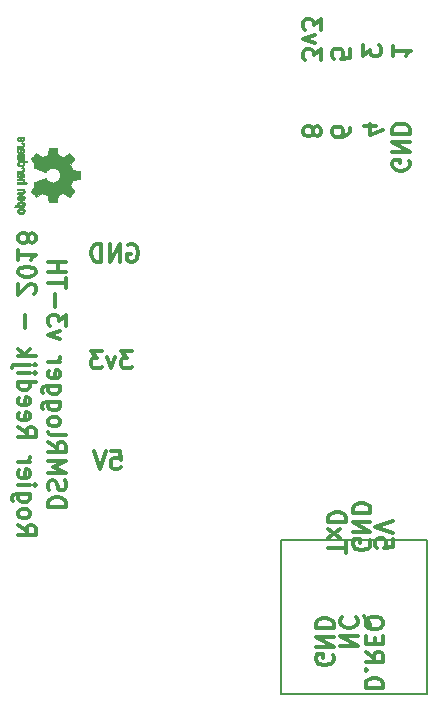
<source format=gbr>
G04 #@! TF.FileFunction,Legend,Bot*
%FSLAX46Y46*%
G04 Gerber Fmt 4.6, Leading zero omitted, Abs format (unit mm)*
G04 Created by KiCad (PCBNEW 4.0.7) date 12/15/18 01:51:04*
%MOMM*%
%LPD*%
G01*
G04 APERTURE LIST*
%ADD10C,0.100000*%
%ADD11C,0.300000*%
%ADD12C,0.203200*%
%ADD13C,0.010000*%
G04 APERTURE END LIST*
D10*
D11*
X129878829Y-105408456D02*
X129878829Y-106122742D01*
X129164543Y-106194171D01*
X129235971Y-106122742D01*
X129307400Y-105979885D01*
X129307400Y-105622742D01*
X129235971Y-105479885D01*
X129164543Y-105408456D01*
X129021686Y-105337028D01*
X128664543Y-105337028D01*
X128521686Y-105408456D01*
X128450257Y-105479885D01*
X128378829Y-105622742D01*
X128378829Y-105979885D01*
X128450257Y-106122742D01*
X128521686Y-106194171D01*
X129878829Y-112083885D02*
X129878829Y-112369599D01*
X129807400Y-112512456D01*
X129735971Y-112583885D01*
X129521686Y-112726742D01*
X129235971Y-112798171D01*
X128664543Y-112798171D01*
X128521686Y-112726742D01*
X128450257Y-112655314D01*
X128378829Y-112512456D01*
X128378829Y-112226742D01*
X128450257Y-112083885D01*
X128521686Y-112012456D01*
X128664543Y-111941028D01*
X129021686Y-111941028D01*
X129164543Y-112012456D01*
X129235971Y-112083885D01*
X129307400Y-112226742D01*
X129307400Y-112512456D01*
X129235971Y-112655314D01*
X129164543Y-112726742D01*
X129021686Y-112798171D01*
X132096629Y-111906085D02*
X131096629Y-111906085D01*
X132668057Y-112263228D02*
X131596629Y-112620371D01*
X131596629Y-111691799D01*
X131029971Y-105062401D02*
X131029971Y-105990972D01*
X131601400Y-105490972D01*
X131601400Y-105705258D01*
X131672829Y-105848115D01*
X131744257Y-105919544D01*
X131887114Y-105990972D01*
X132244257Y-105990972D01*
X132387114Y-105919544D01*
X132458543Y-105848115D01*
X132529971Y-105705258D01*
X132529971Y-105276686D01*
X132458543Y-105133829D01*
X132387114Y-105062401D01*
X104355429Y-144174656D02*
X105855429Y-144174656D01*
X105855429Y-143817513D01*
X105784000Y-143603228D01*
X105641143Y-143460370D01*
X105498286Y-143388942D01*
X105212571Y-143317513D01*
X104998286Y-143317513D01*
X104712571Y-143388942D01*
X104569714Y-143460370D01*
X104426857Y-143603228D01*
X104355429Y-143817513D01*
X104355429Y-144174656D01*
X104426857Y-142746085D02*
X104355429Y-142531799D01*
X104355429Y-142174656D01*
X104426857Y-142031799D01*
X104498286Y-141960370D01*
X104641143Y-141888942D01*
X104784000Y-141888942D01*
X104926857Y-141960370D01*
X104998286Y-142031799D01*
X105069714Y-142174656D01*
X105141143Y-142460370D01*
X105212571Y-142603228D01*
X105284000Y-142674656D01*
X105426857Y-142746085D01*
X105569714Y-142746085D01*
X105712571Y-142674656D01*
X105784000Y-142603228D01*
X105855429Y-142460370D01*
X105855429Y-142103228D01*
X105784000Y-141888942D01*
X104355429Y-141246085D02*
X105855429Y-141246085D01*
X104784000Y-140746085D01*
X105855429Y-140246085D01*
X104355429Y-140246085D01*
X104355429Y-138674656D02*
X105069714Y-139174656D01*
X104355429Y-139531799D02*
X105855429Y-139531799D01*
X105855429Y-138960371D01*
X105784000Y-138817513D01*
X105712571Y-138746085D01*
X105569714Y-138674656D01*
X105355429Y-138674656D01*
X105212571Y-138746085D01*
X105141143Y-138817513D01*
X105069714Y-138960371D01*
X105069714Y-139531799D01*
X104355429Y-137817513D02*
X104426857Y-137960371D01*
X104569714Y-138031799D01*
X105855429Y-138031799D01*
X104355429Y-137031799D02*
X104426857Y-137174657D01*
X104498286Y-137246085D01*
X104641143Y-137317514D01*
X105069714Y-137317514D01*
X105212571Y-137246085D01*
X105284000Y-137174657D01*
X105355429Y-137031799D01*
X105355429Y-136817514D01*
X105284000Y-136674657D01*
X105212571Y-136603228D01*
X105069714Y-136531799D01*
X104641143Y-136531799D01*
X104498286Y-136603228D01*
X104426857Y-136674657D01*
X104355429Y-136817514D01*
X104355429Y-137031799D01*
X105355429Y-135246085D02*
X104141143Y-135246085D01*
X103998286Y-135317514D01*
X103926857Y-135388942D01*
X103855429Y-135531799D01*
X103855429Y-135746085D01*
X103926857Y-135888942D01*
X104426857Y-135246085D02*
X104355429Y-135388942D01*
X104355429Y-135674656D01*
X104426857Y-135817514D01*
X104498286Y-135888942D01*
X104641143Y-135960371D01*
X105069714Y-135960371D01*
X105212571Y-135888942D01*
X105284000Y-135817514D01*
X105355429Y-135674656D01*
X105355429Y-135388942D01*
X105284000Y-135246085D01*
X105355429Y-133888942D02*
X104141143Y-133888942D01*
X103998286Y-133960371D01*
X103926857Y-134031799D01*
X103855429Y-134174656D01*
X103855429Y-134388942D01*
X103926857Y-134531799D01*
X104426857Y-133888942D02*
X104355429Y-134031799D01*
X104355429Y-134317513D01*
X104426857Y-134460371D01*
X104498286Y-134531799D01*
X104641143Y-134603228D01*
X105069714Y-134603228D01*
X105212571Y-134531799D01*
X105284000Y-134460371D01*
X105355429Y-134317513D01*
X105355429Y-134031799D01*
X105284000Y-133888942D01*
X104426857Y-132603228D02*
X104355429Y-132746085D01*
X104355429Y-133031799D01*
X104426857Y-133174656D01*
X104569714Y-133246085D01*
X105141143Y-133246085D01*
X105284000Y-133174656D01*
X105355429Y-133031799D01*
X105355429Y-132746085D01*
X105284000Y-132603228D01*
X105141143Y-132531799D01*
X104998286Y-132531799D01*
X104855429Y-133246085D01*
X104355429Y-131888942D02*
X105355429Y-131888942D01*
X105069714Y-131888942D02*
X105212571Y-131817514D01*
X105284000Y-131746085D01*
X105355429Y-131603228D01*
X105355429Y-131460371D01*
X105355429Y-129960371D02*
X104355429Y-129603228D01*
X105355429Y-129246086D01*
X105855429Y-128817514D02*
X105855429Y-127888943D01*
X105284000Y-128388943D01*
X105284000Y-128174657D01*
X105212571Y-128031800D01*
X105141143Y-127960371D01*
X104998286Y-127888943D01*
X104641143Y-127888943D01*
X104498286Y-127960371D01*
X104426857Y-128031800D01*
X104355429Y-128174657D01*
X104355429Y-128603229D01*
X104426857Y-128746086D01*
X104498286Y-128817514D01*
X104926857Y-127246086D02*
X104926857Y-126103229D01*
X105855429Y-125603229D02*
X105855429Y-124746086D01*
X104355429Y-125174657D02*
X105855429Y-125174657D01*
X104355429Y-124246086D02*
X105855429Y-124246086D01*
X105141143Y-124246086D02*
X105141143Y-123388943D01*
X104355429Y-123388943D02*
X105855429Y-123388943D01*
X101805429Y-145674656D02*
X102519714Y-146174656D01*
X101805429Y-146531799D02*
X103305429Y-146531799D01*
X103305429Y-145960371D01*
X103234000Y-145817513D01*
X103162571Y-145746085D01*
X103019714Y-145674656D01*
X102805429Y-145674656D01*
X102662571Y-145746085D01*
X102591143Y-145817513D01*
X102519714Y-145960371D01*
X102519714Y-146531799D01*
X101805429Y-144817513D02*
X101876857Y-144960371D01*
X101948286Y-145031799D01*
X102091143Y-145103228D01*
X102519714Y-145103228D01*
X102662571Y-145031799D01*
X102734000Y-144960371D01*
X102805429Y-144817513D01*
X102805429Y-144603228D01*
X102734000Y-144460371D01*
X102662571Y-144388942D01*
X102519714Y-144317513D01*
X102091143Y-144317513D01*
X101948286Y-144388942D01*
X101876857Y-144460371D01*
X101805429Y-144603228D01*
X101805429Y-144817513D01*
X102805429Y-143031799D02*
X101591143Y-143031799D01*
X101448286Y-143103228D01*
X101376857Y-143174656D01*
X101305429Y-143317513D01*
X101305429Y-143531799D01*
X101376857Y-143674656D01*
X101876857Y-143031799D02*
X101805429Y-143174656D01*
X101805429Y-143460370D01*
X101876857Y-143603228D01*
X101948286Y-143674656D01*
X102091143Y-143746085D01*
X102519714Y-143746085D01*
X102662571Y-143674656D01*
X102734000Y-143603228D01*
X102805429Y-143460370D01*
X102805429Y-143174656D01*
X102734000Y-143031799D01*
X101805429Y-142317513D02*
X102805429Y-142317513D01*
X103305429Y-142317513D02*
X103234000Y-142388942D01*
X103162571Y-142317513D01*
X103234000Y-142246085D01*
X103305429Y-142317513D01*
X103162571Y-142317513D01*
X101876857Y-141031799D02*
X101805429Y-141174656D01*
X101805429Y-141460370D01*
X101876857Y-141603227D01*
X102019714Y-141674656D01*
X102591143Y-141674656D01*
X102734000Y-141603227D01*
X102805429Y-141460370D01*
X102805429Y-141174656D01*
X102734000Y-141031799D01*
X102591143Y-140960370D01*
X102448286Y-140960370D01*
X102305429Y-141674656D01*
X101805429Y-140317513D02*
X102805429Y-140317513D01*
X102519714Y-140317513D02*
X102662571Y-140246085D01*
X102734000Y-140174656D01*
X102805429Y-140031799D01*
X102805429Y-139888942D01*
X101805429Y-137388942D02*
X102519714Y-137888942D01*
X101805429Y-138246085D02*
X103305429Y-138246085D01*
X103305429Y-137674657D01*
X103234000Y-137531799D01*
X103162571Y-137460371D01*
X103019714Y-137388942D01*
X102805429Y-137388942D01*
X102662571Y-137460371D01*
X102591143Y-137531799D01*
X102519714Y-137674657D01*
X102519714Y-138246085D01*
X101876857Y-136174657D02*
X101805429Y-136317514D01*
X101805429Y-136603228D01*
X101876857Y-136746085D01*
X102019714Y-136817514D01*
X102591143Y-136817514D01*
X102734000Y-136746085D01*
X102805429Y-136603228D01*
X102805429Y-136317514D01*
X102734000Y-136174657D01*
X102591143Y-136103228D01*
X102448286Y-136103228D01*
X102305429Y-136817514D01*
X101876857Y-134888943D02*
X101805429Y-135031800D01*
X101805429Y-135317514D01*
X101876857Y-135460371D01*
X102019714Y-135531800D01*
X102591143Y-135531800D01*
X102734000Y-135460371D01*
X102805429Y-135317514D01*
X102805429Y-135031800D01*
X102734000Y-134888943D01*
X102591143Y-134817514D01*
X102448286Y-134817514D01*
X102305429Y-135531800D01*
X101805429Y-133531800D02*
X103305429Y-133531800D01*
X101876857Y-133531800D02*
X101805429Y-133674657D01*
X101805429Y-133960371D01*
X101876857Y-134103229D01*
X101948286Y-134174657D01*
X102091143Y-134246086D01*
X102519714Y-134246086D01*
X102662571Y-134174657D01*
X102734000Y-134103229D01*
X102805429Y-133960371D01*
X102805429Y-133674657D01*
X102734000Y-133531800D01*
X101805429Y-132817514D02*
X102805429Y-132817514D01*
X103305429Y-132817514D02*
X103234000Y-132888943D01*
X103162571Y-132817514D01*
X103234000Y-132746086D01*
X103305429Y-132817514D01*
X103162571Y-132817514D01*
X102805429Y-132103228D02*
X101519714Y-132103228D01*
X101376857Y-132174657D01*
X101305429Y-132317514D01*
X101305429Y-132388942D01*
X103305429Y-132103228D02*
X103234000Y-132174657D01*
X103162571Y-132103228D01*
X103234000Y-132031800D01*
X103305429Y-132103228D01*
X103162571Y-132103228D01*
X101805429Y-131388942D02*
X103305429Y-131388942D01*
X102376857Y-131246085D02*
X101805429Y-130817514D01*
X102805429Y-130817514D02*
X102234000Y-131388942D01*
X102376857Y-129031799D02*
X102376857Y-127888942D01*
X103162571Y-126103228D02*
X103234000Y-126031799D01*
X103305429Y-125888942D01*
X103305429Y-125531799D01*
X103234000Y-125388942D01*
X103162571Y-125317513D01*
X103019714Y-125246085D01*
X102876857Y-125246085D01*
X102662571Y-125317513D01*
X101805429Y-126174656D01*
X101805429Y-125246085D01*
X103305429Y-124317514D02*
X103305429Y-124174657D01*
X103234000Y-124031800D01*
X103162571Y-123960371D01*
X103019714Y-123888942D01*
X102734000Y-123817514D01*
X102376857Y-123817514D01*
X102091143Y-123888942D01*
X101948286Y-123960371D01*
X101876857Y-124031800D01*
X101805429Y-124174657D01*
X101805429Y-124317514D01*
X101876857Y-124460371D01*
X101948286Y-124531800D01*
X102091143Y-124603228D01*
X102376857Y-124674657D01*
X102734000Y-124674657D01*
X103019714Y-124603228D01*
X103162571Y-124531800D01*
X103234000Y-124460371D01*
X103305429Y-124317514D01*
X101805429Y-122388943D02*
X101805429Y-123246086D01*
X101805429Y-122817514D02*
X103305429Y-122817514D01*
X103091143Y-122960371D01*
X102948286Y-123103229D01*
X102876857Y-123246086D01*
X102662571Y-121531800D02*
X102734000Y-121674658D01*
X102805429Y-121746086D01*
X102948286Y-121817515D01*
X103019714Y-121817515D01*
X103162571Y-121746086D01*
X103234000Y-121674658D01*
X103305429Y-121531800D01*
X103305429Y-121246086D01*
X103234000Y-121103229D01*
X103162571Y-121031800D01*
X103019714Y-120960372D01*
X102948286Y-120960372D01*
X102805429Y-121031800D01*
X102734000Y-121103229D01*
X102662571Y-121246086D01*
X102662571Y-121531800D01*
X102591143Y-121674658D01*
X102519714Y-121746086D01*
X102376857Y-121817515D01*
X102091143Y-121817515D01*
X101948286Y-121746086D01*
X101876857Y-121674658D01*
X101805429Y-121531800D01*
X101805429Y-121246086D01*
X101876857Y-121103229D01*
X101948286Y-121031800D01*
X102091143Y-120960372D01*
X102376857Y-120960372D01*
X102519714Y-121031800D01*
X102591143Y-121103229D01*
X102662571Y-121246086D01*
X126797571Y-112487056D02*
X126869000Y-112629914D01*
X126940429Y-112701342D01*
X127083286Y-112772771D01*
X127154714Y-112772771D01*
X127297571Y-112701342D01*
X127369000Y-112629914D01*
X127440429Y-112487056D01*
X127440429Y-112201342D01*
X127369000Y-112058485D01*
X127297571Y-111987056D01*
X127154714Y-111915628D01*
X127083286Y-111915628D01*
X126940429Y-111987056D01*
X126869000Y-112058485D01*
X126797571Y-112201342D01*
X126797571Y-112487056D01*
X126726143Y-112629914D01*
X126654714Y-112701342D01*
X126511857Y-112772771D01*
X126226143Y-112772771D01*
X126083286Y-112701342D01*
X126011857Y-112629914D01*
X125940429Y-112487056D01*
X125940429Y-112201342D01*
X126011857Y-112058485D01*
X126083286Y-111987056D01*
X126226143Y-111915628D01*
X126511857Y-111915628D01*
X126654714Y-111987056D01*
X126726143Y-112058485D01*
X126797571Y-112201342D01*
X133585829Y-105083028D02*
X133585829Y-105940171D01*
X133585829Y-105511599D02*
X135085829Y-105511599D01*
X134871543Y-105654456D01*
X134728686Y-105797314D01*
X134657257Y-105940171D01*
X134887400Y-114833257D02*
X134958829Y-114976114D01*
X134958829Y-115190400D01*
X134887400Y-115404685D01*
X134744543Y-115547543D01*
X134601686Y-115618971D01*
X134315971Y-115690400D01*
X134101686Y-115690400D01*
X133815971Y-115618971D01*
X133673114Y-115547543D01*
X133530257Y-115404685D01*
X133458829Y-115190400D01*
X133458829Y-115047543D01*
X133530257Y-114833257D01*
X133601686Y-114761828D01*
X134101686Y-114761828D01*
X134101686Y-115047543D01*
X133458829Y-114118971D02*
X134958829Y-114118971D01*
X133458829Y-113261828D01*
X134958829Y-113261828D01*
X133458829Y-112547542D02*
X134958829Y-112547542D01*
X134958829Y-112190399D01*
X134887400Y-111976114D01*
X134744543Y-111833256D01*
X134601686Y-111761828D01*
X134315971Y-111690399D01*
X134101686Y-111690399D01*
X133815971Y-111761828D01*
X133673114Y-111833256D01*
X133530257Y-111976114D01*
X133458829Y-112190399D01*
X133458829Y-112547542D01*
X127415029Y-106332113D02*
X127415029Y-105403542D01*
X126843600Y-105903542D01*
X126843600Y-105689256D01*
X126772171Y-105546399D01*
X126700743Y-105474970D01*
X126557886Y-105403542D01*
X126200743Y-105403542D01*
X126057886Y-105474970D01*
X125986457Y-105546399D01*
X125915029Y-105689256D01*
X125915029Y-106117828D01*
X125986457Y-106260685D01*
X126057886Y-106332113D01*
X126915029Y-104903542D02*
X125915029Y-104546399D01*
X126915029Y-104189257D01*
X127415029Y-103760685D02*
X127415029Y-102832114D01*
X126843600Y-103332114D01*
X126843600Y-103117828D01*
X126772171Y-102974971D01*
X126700743Y-102903542D01*
X126557886Y-102832114D01*
X126200743Y-102832114D01*
X126057886Y-102903542D01*
X125986457Y-102974971D01*
X125915029Y-103117828D01*
X125915029Y-103546400D01*
X125986457Y-103689257D01*
X126057886Y-103760685D01*
X109708913Y-139437371D02*
X110423199Y-139437371D01*
X110494628Y-140151657D01*
X110423199Y-140080229D01*
X110280342Y-140008800D01*
X109923199Y-140008800D01*
X109780342Y-140080229D01*
X109708913Y-140151657D01*
X109637485Y-140294514D01*
X109637485Y-140651657D01*
X109708913Y-140794514D01*
X109780342Y-140865943D01*
X109923199Y-140937371D01*
X110280342Y-140937371D01*
X110423199Y-140865943D01*
X110494628Y-140794514D01*
X109208914Y-139437371D02*
X108708914Y-140937371D01*
X108208914Y-139437371D01*
X111462913Y-130928371D02*
X110534342Y-130928371D01*
X111034342Y-131499800D01*
X110820056Y-131499800D01*
X110677199Y-131571229D01*
X110605770Y-131642657D01*
X110534342Y-131785514D01*
X110534342Y-132142657D01*
X110605770Y-132285514D01*
X110677199Y-132356943D01*
X110820056Y-132428371D01*
X111248628Y-132428371D01*
X111391485Y-132356943D01*
X111462913Y-132285514D01*
X110034342Y-131428371D02*
X109677199Y-132428371D01*
X109320057Y-131428371D01*
X108891485Y-130928371D02*
X107962914Y-130928371D01*
X108462914Y-131499800D01*
X108248628Y-131499800D01*
X108105771Y-131571229D01*
X108034342Y-131642657D01*
X107962914Y-131785514D01*
X107962914Y-132142657D01*
X108034342Y-132285514D01*
X108105771Y-132356943D01*
X108248628Y-132428371D01*
X108677200Y-132428371D01*
X108820057Y-132356943D01*
X108891485Y-132285514D01*
X111124857Y-121957400D02*
X111267714Y-121885971D01*
X111482000Y-121885971D01*
X111696285Y-121957400D01*
X111839143Y-122100257D01*
X111910571Y-122243114D01*
X111982000Y-122528829D01*
X111982000Y-122743114D01*
X111910571Y-123028829D01*
X111839143Y-123171686D01*
X111696285Y-123314543D01*
X111482000Y-123385971D01*
X111339143Y-123385971D01*
X111124857Y-123314543D01*
X111053428Y-123243114D01*
X111053428Y-122743114D01*
X111339143Y-122743114D01*
X110410571Y-123385971D02*
X110410571Y-121885971D01*
X109553428Y-123385971D01*
X109553428Y-121885971D01*
X108839142Y-123385971D02*
X108839142Y-121885971D01*
X108481999Y-121885971D01*
X108267714Y-121957400D01*
X108124856Y-122100257D01*
X108053428Y-122243114D01*
X107981999Y-122528829D01*
X107981999Y-122743114D01*
X108053428Y-123028829D01*
X108124856Y-123171686D01*
X108267714Y-123314543D01*
X108481999Y-123385971D01*
X108839142Y-123385971D01*
X129574029Y-148013514D02*
X129574029Y-147156371D01*
X128074029Y-147584942D02*
X129574029Y-147584942D01*
X128074029Y-146799228D02*
X129074029Y-146013514D01*
X129074029Y-146799228D02*
X128074029Y-146013514D01*
X128074029Y-145442085D02*
X129574029Y-145442085D01*
X129574029Y-145084942D01*
X129502600Y-144870657D01*
X129359743Y-144727799D01*
X129216886Y-144656371D01*
X128931171Y-144584942D01*
X128716886Y-144584942D01*
X128431171Y-144656371D01*
X128288314Y-144727799D01*
X128145457Y-144870657D01*
X128074029Y-145084942D01*
X128074029Y-145442085D01*
X131560000Y-146964257D02*
X131631429Y-147107114D01*
X131631429Y-147321400D01*
X131560000Y-147535685D01*
X131417143Y-147678543D01*
X131274286Y-147749971D01*
X130988571Y-147821400D01*
X130774286Y-147821400D01*
X130488571Y-147749971D01*
X130345714Y-147678543D01*
X130202857Y-147535685D01*
X130131429Y-147321400D01*
X130131429Y-147178543D01*
X130202857Y-146964257D01*
X130274286Y-146892828D01*
X130774286Y-146892828D01*
X130774286Y-147178543D01*
X130131429Y-146249971D02*
X131631429Y-146249971D01*
X130131429Y-145392828D01*
X131631429Y-145392828D01*
X130131429Y-144678542D02*
X131631429Y-144678542D01*
X131631429Y-144321399D01*
X131560000Y-144107114D01*
X131417143Y-143964256D01*
X131274286Y-143892828D01*
X130988571Y-143821399D01*
X130774286Y-143821399D01*
X130488571Y-143892828D01*
X130345714Y-143964256D01*
X130202857Y-144107114D01*
X130131429Y-144321399D01*
X130131429Y-144678542D01*
X133536429Y-146843713D02*
X133536429Y-147557999D01*
X132822143Y-147629428D01*
X132893571Y-147557999D01*
X132965000Y-147415142D01*
X132965000Y-147057999D01*
X132893571Y-146915142D01*
X132822143Y-146843713D01*
X132679286Y-146772285D01*
X132322143Y-146772285D01*
X132179286Y-146843713D01*
X132107857Y-146915142D01*
X132036429Y-147057999D01*
X132036429Y-147415142D01*
X132107857Y-147557999D01*
X132179286Y-147629428D01*
X133536429Y-146343714D02*
X132036429Y-145843714D01*
X133536429Y-145343714D01*
X131223629Y-159479086D02*
X132723629Y-159479086D01*
X132723629Y-159121943D01*
X132652200Y-158907658D01*
X132509343Y-158764800D01*
X132366486Y-158693372D01*
X132080771Y-158621943D01*
X131866486Y-158621943D01*
X131580771Y-158693372D01*
X131437914Y-158764800D01*
X131295057Y-158907658D01*
X131223629Y-159121943D01*
X131223629Y-159479086D01*
X131366486Y-157979086D02*
X131295057Y-157907658D01*
X131223629Y-157979086D01*
X131295057Y-158050515D01*
X131366486Y-157979086D01*
X131223629Y-157979086D01*
X131223629Y-156407657D02*
X131937914Y-156907657D01*
X131223629Y-157264800D02*
X132723629Y-157264800D01*
X132723629Y-156693372D01*
X132652200Y-156550514D01*
X132580771Y-156479086D01*
X132437914Y-156407657D01*
X132223629Y-156407657D01*
X132080771Y-156479086D01*
X132009343Y-156550514D01*
X131937914Y-156693372D01*
X131937914Y-157264800D01*
X132009343Y-155764800D02*
X132009343Y-155264800D01*
X131223629Y-155050514D02*
X131223629Y-155764800D01*
X132723629Y-155764800D01*
X132723629Y-155050514D01*
X131080771Y-153407657D02*
X131152200Y-153550514D01*
X131295057Y-153693371D01*
X131509343Y-153907657D01*
X131580771Y-154050514D01*
X131580771Y-154193371D01*
X131223629Y-154121943D02*
X131295057Y-154264800D01*
X131437914Y-154407657D01*
X131723629Y-154479086D01*
X132223629Y-154479086D01*
X132509343Y-154407657D01*
X132652200Y-154264800D01*
X132723629Y-154121943D01*
X132723629Y-153836229D01*
X132652200Y-153693371D01*
X132509343Y-153550514D01*
X132223629Y-153479086D01*
X131723629Y-153479086D01*
X131437914Y-153550514D01*
X131295057Y-153693371D01*
X131223629Y-153836229D01*
X131223629Y-154121943D01*
X129064629Y-155915371D02*
X130564629Y-155915371D01*
X129064629Y-155058228D01*
X130564629Y-155058228D01*
X129207486Y-153486799D02*
X129136057Y-153558228D01*
X129064629Y-153772514D01*
X129064629Y-153915371D01*
X129136057Y-154129656D01*
X129278914Y-154272514D01*
X129421771Y-154343942D01*
X129707486Y-154415371D01*
X129921771Y-154415371D01*
X130207486Y-154343942D01*
X130350343Y-154272514D01*
X130493200Y-154129656D01*
X130564629Y-153915371D01*
X130564629Y-153772514D01*
X130493200Y-153558228D01*
X130421771Y-153486799D01*
X128435800Y-156692457D02*
X128507229Y-156835314D01*
X128507229Y-157049600D01*
X128435800Y-157263885D01*
X128292943Y-157406743D01*
X128150086Y-157478171D01*
X127864371Y-157549600D01*
X127650086Y-157549600D01*
X127364371Y-157478171D01*
X127221514Y-157406743D01*
X127078657Y-157263885D01*
X127007229Y-157049600D01*
X127007229Y-156906743D01*
X127078657Y-156692457D01*
X127150086Y-156621028D01*
X127650086Y-156621028D01*
X127650086Y-156906743D01*
X127007229Y-155978171D02*
X128507229Y-155978171D01*
X127007229Y-155121028D01*
X128507229Y-155121028D01*
X127007229Y-154406742D02*
X128507229Y-154406742D01*
X128507229Y-154049599D01*
X128435800Y-153835314D01*
X128292943Y-153692456D01*
X128150086Y-153621028D01*
X127864371Y-153549599D01*
X127650086Y-153549599D01*
X127364371Y-153621028D01*
X127221514Y-153692456D01*
X127078657Y-153835314D01*
X127007229Y-154049599D01*
X127007229Y-154406742D01*
D12*
X124051200Y-146974800D02*
X124051200Y-159974800D01*
X124051200Y-159974800D02*
X136451200Y-159974800D01*
X136451200Y-159974800D02*
X136451200Y-146974800D01*
X124051200Y-146974800D02*
X136451200Y-146974800D01*
D13*
G36*
X102347082Y-118452856D02*
X102319432Y-118397399D01*
X102268520Y-118348452D01*
X102249662Y-118334971D01*
X102224985Y-118320286D01*
X102198184Y-118310758D01*
X102162413Y-118305307D01*
X102110831Y-118302853D01*
X102042733Y-118302314D01*
X101949412Y-118304748D01*
X101879343Y-118313206D01*
X101827069Y-118329426D01*
X101787131Y-118355146D01*
X101754071Y-118392103D01*
X101752114Y-118394818D01*
X101732092Y-118431240D01*
X101722185Y-118475098D01*
X101719743Y-118530876D01*
X101719743Y-118621552D01*
X101631717Y-118621590D01*
X101582692Y-118622434D01*
X101553935Y-118627576D01*
X101536689Y-118641013D01*
X101522192Y-118666742D01*
X101519231Y-118672921D01*
X101505352Y-118701836D01*
X101496586Y-118724224D01*
X101495829Y-118740871D01*
X101505977Y-118752564D01*
X101529927Y-118760090D01*
X101570574Y-118764234D01*
X101630814Y-118765785D01*
X101713545Y-118765529D01*
X101821661Y-118764251D01*
X101854000Y-118763852D01*
X101965476Y-118762415D01*
X102038397Y-118761128D01*
X102038397Y-118621629D01*
X101976501Y-118620845D01*
X101936003Y-118617360D01*
X101909292Y-118609476D01*
X101888756Y-118595495D01*
X101878740Y-118586003D01*
X101849433Y-118547196D01*
X101847048Y-118512837D01*
X101871250Y-118477384D01*
X101872143Y-118476486D01*
X101890847Y-118462061D01*
X101916268Y-118453287D01*
X101955416Y-118448861D01*
X102015303Y-118447482D01*
X102028570Y-118447457D01*
X102111099Y-118450788D01*
X102168309Y-118461631D01*
X102203234Y-118481260D01*
X102218906Y-118510950D01*
X102220486Y-118528109D01*
X102213074Y-118568834D01*
X102188670Y-118596768D01*
X102144020Y-118613583D01*
X102075870Y-118620950D01*
X102038397Y-118621629D01*
X102038397Y-118761128D01*
X102051755Y-118760892D01*
X102116667Y-118758923D01*
X102164042Y-118756150D01*
X102197710Y-118752212D01*
X102221502Y-118746751D01*
X102239247Y-118739408D01*
X102254776Y-118729823D01*
X102260619Y-118725713D01*
X102315815Y-118671195D01*
X102347110Y-118602264D01*
X102355835Y-118522528D01*
X102347082Y-118452856D01*
X102347082Y-118452856D01*
G37*
X102347082Y-118452856D02*
X102319432Y-118397399D01*
X102268520Y-118348452D01*
X102249662Y-118334971D01*
X102224985Y-118320286D01*
X102198184Y-118310758D01*
X102162413Y-118305307D01*
X102110831Y-118302853D01*
X102042733Y-118302314D01*
X101949412Y-118304748D01*
X101879343Y-118313206D01*
X101827069Y-118329426D01*
X101787131Y-118355146D01*
X101754071Y-118392103D01*
X101752114Y-118394818D01*
X101732092Y-118431240D01*
X101722185Y-118475098D01*
X101719743Y-118530876D01*
X101719743Y-118621552D01*
X101631717Y-118621590D01*
X101582692Y-118622434D01*
X101553935Y-118627576D01*
X101536689Y-118641013D01*
X101522192Y-118666742D01*
X101519231Y-118672921D01*
X101505352Y-118701836D01*
X101496586Y-118724224D01*
X101495829Y-118740871D01*
X101505977Y-118752564D01*
X101529927Y-118760090D01*
X101570574Y-118764234D01*
X101630814Y-118765785D01*
X101713545Y-118765529D01*
X101821661Y-118764251D01*
X101854000Y-118763852D01*
X101965476Y-118762415D01*
X102038397Y-118761128D01*
X102038397Y-118621629D01*
X101976501Y-118620845D01*
X101936003Y-118617360D01*
X101909292Y-118609476D01*
X101888756Y-118595495D01*
X101878740Y-118586003D01*
X101849433Y-118547196D01*
X101847048Y-118512837D01*
X101871250Y-118477384D01*
X101872143Y-118476486D01*
X101890847Y-118462061D01*
X101916268Y-118453287D01*
X101955416Y-118448861D01*
X102015303Y-118447482D01*
X102028570Y-118447457D01*
X102111099Y-118450788D01*
X102168309Y-118461631D01*
X102203234Y-118481260D01*
X102218906Y-118510950D01*
X102220486Y-118528109D01*
X102213074Y-118568834D01*
X102188670Y-118596768D01*
X102144020Y-118613583D01*
X102075870Y-118620950D01*
X102038397Y-118621629D01*
X102038397Y-118761128D01*
X102051755Y-118760892D01*
X102116667Y-118758923D01*
X102164042Y-118756150D01*
X102197710Y-118752212D01*
X102221502Y-118746751D01*
X102239247Y-118739408D01*
X102254776Y-118729823D01*
X102260619Y-118725713D01*
X102315815Y-118671195D01*
X102347110Y-118602264D01*
X102355835Y-118522528D01*
X102347082Y-118452856D01*
G36*
X102339220Y-117336507D02*
X102312277Y-117289928D01*
X102285534Y-117257543D01*
X102257516Y-117233858D01*
X102223252Y-117217541D01*
X102177773Y-117207261D01*
X102116108Y-117201686D01*
X102033289Y-117199484D01*
X101973754Y-117199229D01*
X101754609Y-117199229D01*
X101726956Y-117260914D01*
X101699303Y-117322600D01*
X101939330Y-117329857D01*
X102028972Y-117332856D01*
X102094038Y-117336002D01*
X102138974Y-117339899D01*
X102168230Y-117345153D01*
X102186252Y-117352369D01*
X102197489Y-117362150D01*
X102199921Y-117365288D01*
X102218917Y-117412839D01*
X102211400Y-117460903D01*
X102191457Y-117489514D01*
X102177325Y-117501153D01*
X102158780Y-117509209D01*
X102130666Y-117514329D01*
X102087827Y-117517159D01*
X102025105Y-117518344D01*
X101959739Y-117518543D01*
X101877732Y-117518582D01*
X101819684Y-117519986D01*
X101780535Y-117524686D01*
X101755220Y-117534613D01*
X101738677Y-117551697D01*
X101725844Y-117577868D01*
X101712509Y-117612825D01*
X101697993Y-117651004D01*
X101955611Y-117646459D01*
X102048481Y-117644629D01*
X102117111Y-117642488D01*
X102166289Y-117639419D01*
X102200802Y-117634806D01*
X102225438Y-117628032D01*
X102244984Y-117618481D01*
X102262230Y-117606966D01*
X102317320Y-117551410D01*
X102349178Y-117483620D01*
X102356809Y-117409887D01*
X102339220Y-117336507D01*
X102339220Y-117336507D01*
G37*
X102339220Y-117336507D02*
X102312277Y-117289928D01*
X102285534Y-117257543D01*
X102257516Y-117233858D01*
X102223252Y-117217541D01*
X102177773Y-117207261D01*
X102116108Y-117201686D01*
X102033289Y-117199484D01*
X101973754Y-117199229D01*
X101754609Y-117199229D01*
X101726956Y-117260914D01*
X101699303Y-117322600D01*
X101939330Y-117329857D01*
X102028972Y-117332856D01*
X102094038Y-117336002D01*
X102138974Y-117339899D01*
X102168230Y-117345153D01*
X102186252Y-117352369D01*
X102197489Y-117362150D01*
X102199921Y-117365288D01*
X102218917Y-117412839D01*
X102211400Y-117460903D01*
X102191457Y-117489514D01*
X102177325Y-117501153D01*
X102158780Y-117509209D01*
X102130666Y-117514329D01*
X102087827Y-117517159D01*
X102025105Y-117518344D01*
X101959739Y-117518543D01*
X101877732Y-117518582D01*
X101819684Y-117519986D01*
X101780535Y-117524686D01*
X101755220Y-117534613D01*
X101738677Y-117551697D01*
X101725844Y-117577868D01*
X101712509Y-117612825D01*
X101697993Y-117651004D01*
X101955611Y-117646459D01*
X102048481Y-117644629D01*
X102117111Y-117642488D01*
X102166289Y-117639419D01*
X102200802Y-117634806D01*
X102225438Y-117628032D01*
X102244984Y-117618481D01*
X102262230Y-117606966D01*
X102317320Y-117551410D01*
X102349178Y-117483620D01*
X102356809Y-117409887D01*
X102339220Y-117336507D01*
G36*
X102345038Y-119011485D02*
X102309267Y-118943455D01*
X102251699Y-118893249D01*
X102214688Y-118875415D01*
X102159118Y-118861537D01*
X102088904Y-118854433D01*
X102012273Y-118853760D01*
X101937448Y-118859173D01*
X101872658Y-118870330D01*
X101826127Y-118886886D01*
X101818113Y-118891974D01*
X101758293Y-118952245D01*
X101722465Y-119023831D01*
X101711980Y-119101508D01*
X101728190Y-119180052D01*
X101737908Y-119201911D01*
X101767857Y-119244478D01*
X101807567Y-119281837D01*
X101812603Y-119285368D01*
X101836876Y-119299719D01*
X101862822Y-119309206D01*
X101896978Y-119314810D01*
X101945881Y-119317514D01*
X102016065Y-119318301D01*
X102031800Y-119318314D01*
X102036808Y-119318278D01*
X102036808Y-119173171D01*
X101970570Y-119172327D01*
X101926614Y-119169004D01*
X101898221Y-119162017D01*
X101878675Y-119150184D01*
X101872143Y-119144143D01*
X101847320Y-119109414D01*
X101848452Y-119075697D01*
X101869984Y-119041605D01*
X101892971Y-119021271D01*
X101926522Y-119009229D01*
X101979431Y-119002466D01*
X101985601Y-119002002D01*
X102081487Y-119000848D01*
X102152701Y-119012912D01*
X102198806Y-119038030D01*
X102219365Y-119076040D01*
X102220486Y-119089608D01*
X102214848Y-119125236D01*
X102195314Y-119149606D01*
X102157958Y-119164507D01*
X102098850Y-119171725D01*
X102036808Y-119173171D01*
X102036808Y-119318278D01*
X102106587Y-119317774D01*
X102158841Y-119315504D01*
X102195051Y-119310532D01*
X102221701Y-119301887D01*
X102245278Y-119288595D01*
X102249662Y-119285657D01*
X102308751Y-119236287D01*
X102343053Y-119182491D01*
X102356669Y-119116998D01*
X102357335Y-119094758D01*
X102345038Y-119011485D01*
X102345038Y-119011485D01*
G37*
X102345038Y-119011485D02*
X102309267Y-118943455D01*
X102251699Y-118893249D01*
X102214688Y-118875415D01*
X102159118Y-118861537D01*
X102088904Y-118854433D01*
X102012273Y-118853760D01*
X101937448Y-118859173D01*
X101872658Y-118870330D01*
X101826127Y-118886886D01*
X101818113Y-118891974D01*
X101758293Y-118952245D01*
X101722465Y-119023831D01*
X101711980Y-119101508D01*
X101728190Y-119180052D01*
X101737908Y-119201911D01*
X101767857Y-119244478D01*
X101807567Y-119281837D01*
X101812603Y-119285368D01*
X101836876Y-119299719D01*
X101862822Y-119309206D01*
X101896978Y-119314810D01*
X101945881Y-119317514D01*
X102016065Y-119318301D01*
X102031800Y-119318314D01*
X102036808Y-119318278D01*
X102036808Y-119173171D01*
X101970570Y-119172327D01*
X101926614Y-119169004D01*
X101898221Y-119162017D01*
X101878675Y-119150184D01*
X101872143Y-119144143D01*
X101847320Y-119109414D01*
X101848452Y-119075697D01*
X101869984Y-119041605D01*
X101892971Y-119021271D01*
X101926522Y-119009229D01*
X101979431Y-119002466D01*
X101985601Y-119002002D01*
X102081487Y-119000848D01*
X102152701Y-119012912D01*
X102198806Y-119038030D01*
X102219365Y-119076040D01*
X102220486Y-119089608D01*
X102214848Y-119125236D01*
X102195314Y-119149606D01*
X102157958Y-119164507D01*
X102098850Y-119171725D01*
X102036808Y-119173171D01*
X102036808Y-119318278D01*
X102106587Y-119317774D01*
X102158841Y-119315504D01*
X102195051Y-119310532D01*
X102221701Y-119301887D01*
X102245278Y-119288595D01*
X102249662Y-119285657D01*
X102308751Y-119236287D01*
X102343053Y-119182491D01*
X102356669Y-119116998D01*
X102357335Y-119094758D01*
X102345038Y-119011485D01*
G36*
X102335761Y-117884297D02*
X102297265Y-117827073D01*
X102241665Y-117782851D01*
X102170914Y-117756433D01*
X102118838Y-117751090D01*
X102097107Y-117751697D01*
X102080469Y-117756778D01*
X102065563Y-117770745D01*
X102049027Y-117798011D01*
X102027502Y-117842988D01*
X101997626Y-117910089D01*
X101997476Y-117910429D01*
X101969187Y-117972193D01*
X101944067Y-118022841D01*
X101924821Y-118057196D01*
X101914152Y-118070082D01*
X101914066Y-118070086D01*
X101890834Y-118058728D01*
X101865226Y-118032169D01*
X101846779Y-118001677D01*
X101843114Y-117986230D01*
X101855788Y-117944085D01*
X101887529Y-117907792D01*
X101922428Y-117890083D01*
X101948155Y-117873048D01*
X101977454Y-117839678D01*
X102002765Y-117800451D01*
X102016529Y-117765844D01*
X102017286Y-117758607D01*
X102004840Y-117750461D01*
X101973028Y-117749970D01*
X101930134Y-117755957D01*
X101884442Y-117767243D01*
X101844239Y-117782650D01*
X101842678Y-117783429D01*
X101777938Y-117829796D01*
X101733903Y-117889889D01*
X101712289Y-117958135D01*
X101714815Y-118028962D01*
X101743196Y-118096796D01*
X101745192Y-118099812D01*
X101793552Y-118153173D01*
X101856648Y-118188260D01*
X101939613Y-118207678D01*
X101962922Y-118210284D01*
X102072945Y-118214899D01*
X102124252Y-118209367D01*
X102124252Y-118070086D01*
X102092247Y-118068276D01*
X102082907Y-118058378D01*
X102089895Y-118033702D01*
X102106413Y-117994805D01*
X102127119Y-117951325D01*
X102127667Y-117950244D01*
X102147051Y-117913391D01*
X102159987Y-117898600D01*
X102173549Y-117902247D01*
X102191368Y-117917605D01*
X102217155Y-117956677D01*
X102219050Y-117998754D01*
X102200283Y-118036497D01*
X102164085Y-118062566D01*
X102124252Y-118070086D01*
X102124252Y-118209367D01*
X102160973Y-118205406D01*
X102230788Y-118181050D01*
X102279698Y-118147144D01*
X102329122Y-118085947D01*
X102353641Y-118018537D01*
X102355203Y-117949720D01*
X102335761Y-117884297D01*
X102335761Y-117884297D01*
G37*
X102335761Y-117884297D02*
X102297265Y-117827073D01*
X102241665Y-117782851D01*
X102170914Y-117756433D01*
X102118838Y-117751090D01*
X102097107Y-117751697D01*
X102080469Y-117756778D01*
X102065563Y-117770745D01*
X102049027Y-117798011D01*
X102027502Y-117842988D01*
X101997626Y-117910089D01*
X101997476Y-117910429D01*
X101969187Y-117972193D01*
X101944067Y-118022841D01*
X101924821Y-118057196D01*
X101914152Y-118070082D01*
X101914066Y-118070086D01*
X101890834Y-118058728D01*
X101865226Y-118032169D01*
X101846779Y-118001677D01*
X101843114Y-117986230D01*
X101855788Y-117944085D01*
X101887529Y-117907792D01*
X101922428Y-117890083D01*
X101948155Y-117873048D01*
X101977454Y-117839678D01*
X102002765Y-117800451D01*
X102016529Y-117765844D01*
X102017286Y-117758607D01*
X102004840Y-117750461D01*
X101973028Y-117749970D01*
X101930134Y-117755957D01*
X101884442Y-117767243D01*
X101844239Y-117782650D01*
X101842678Y-117783429D01*
X101777938Y-117829796D01*
X101733903Y-117889889D01*
X101712289Y-117958135D01*
X101714815Y-118028962D01*
X101743196Y-118096796D01*
X101745192Y-118099812D01*
X101793552Y-118153173D01*
X101856648Y-118188260D01*
X101939613Y-118207678D01*
X101962922Y-118210284D01*
X102072945Y-118214899D01*
X102124252Y-118209367D01*
X102124252Y-118070086D01*
X102092247Y-118068276D01*
X102082907Y-118058378D01*
X102089895Y-118033702D01*
X102106413Y-117994805D01*
X102127119Y-117951325D01*
X102127667Y-117950244D01*
X102147051Y-117913391D01*
X102159987Y-117898600D01*
X102173549Y-117902247D01*
X102191368Y-117917605D01*
X102217155Y-117956677D01*
X102219050Y-117998754D01*
X102200283Y-118036497D01*
X102164085Y-118062566D01*
X102124252Y-118070086D01*
X102124252Y-118209367D01*
X102160973Y-118205406D01*
X102230788Y-118181050D01*
X102279698Y-118147144D01*
X102329122Y-118085947D01*
X102353641Y-118018537D01*
X102355203Y-117949720D01*
X102335761Y-117884297D01*
G36*
X102415711Y-116676714D02*
X102356387Y-116672461D01*
X102321428Y-116667575D01*
X102306180Y-116660805D01*
X102305985Y-116650898D01*
X102307805Y-116647686D01*
X102320985Y-116604956D01*
X102320215Y-116549373D01*
X102306667Y-116492863D01*
X102289139Y-116457518D01*
X102261139Y-116421279D01*
X102229451Y-116394787D01*
X102189187Y-116376601D01*
X102135457Y-116365278D01*
X102063374Y-116359378D01*
X101968049Y-116357457D01*
X101949763Y-116357423D01*
X101744354Y-116357400D01*
X101728420Y-116403109D01*
X101717580Y-116435573D01*
X101712532Y-116453385D01*
X101712486Y-116453909D01*
X101726172Y-116455663D01*
X101763924Y-116457156D01*
X101820776Y-116458274D01*
X101891766Y-116458903D01*
X101934927Y-116459000D01*
X102020027Y-116459202D01*
X102081019Y-116460242D01*
X102122823Y-116462769D01*
X102150358Y-116467436D01*
X102168544Y-116474893D01*
X102182302Y-116485789D01*
X102188927Y-116492593D01*
X102215625Y-116539328D01*
X102217625Y-116590328D01*
X102195045Y-116636599D01*
X102186893Y-116645156D01*
X102171564Y-116657707D01*
X102153382Y-116666412D01*
X102127091Y-116671969D01*
X102087438Y-116675074D01*
X102029168Y-116676424D01*
X101948827Y-116676714D01*
X101744354Y-116676714D01*
X101728420Y-116722423D01*
X101717580Y-116754887D01*
X101712532Y-116772699D01*
X101712486Y-116773223D01*
X101726377Y-116774563D01*
X101765561Y-116775772D01*
X101826300Y-116776799D01*
X101904859Y-116777598D01*
X101997502Y-116778119D01*
X102100491Y-116778314D01*
X102497658Y-116778314D01*
X102517556Y-116731143D01*
X102537453Y-116683971D01*
X102415711Y-116676714D01*
X102415711Y-116676714D01*
G37*
X102415711Y-116676714D02*
X102356387Y-116672461D01*
X102321428Y-116667575D01*
X102306180Y-116660805D01*
X102305985Y-116650898D01*
X102307805Y-116647686D01*
X102320985Y-116604956D01*
X102320215Y-116549373D01*
X102306667Y-116492863D01*
X102289139Y-116457518D01*
X102261139Y-116421279D01*
X102229451Y-116394787D01*
X102189187Y-116376601D01*
X102135457Y-116365278D01*
X102063374Y-116359378D01*
X101968049Y-116357457D01*
X101949763Y-116357423D01*
X101744354Y-116357400D01*
X101728420Y-116403109D01*
X101717580Y-116435573D01*
X101712532Y-116453385D01*
X101712486Y-116453909D01*
X101726172Y-116455663D01*
X101763924Y-116457156D01*
X101820776Y-116458274D01*
X101891766Y-116458903D01*
X101934927Y-116459000D01*
X102020027Y-116459202D01*
X102081019Y-116460242D01*
X102122823Y-116462769D01*
X102150358Y-116467436D01*
X102168544Y-116474893D01*
X102182302Y-116485789D01*
X102188927Y-116492593D01*
X102215625Y-116539328D01*
X102217625Y-116590328D01*
X102195045Y-116636599D01*
X102186893Y-116645156D01*
X102171564Y-116657707D01*
X102153382Y-116666412D01*
X102127091Y-116671969D01*
X102087438Y-116675074D01*
X102029168Y-116676424D01*
X101948827Y-116676714D01*
X101744354Y-116676714D01*
X101728420Y-116722423D01*
X101717580Y-116754887D01*
X101712532Y-116772699D01*
X101712486Y-116773223D01*
X101726377Y-116774563D01*
X101765561Y-116775772D01*
X101826300Y-116776799D01*
X101904859Y-116777598D01*
X101997502Y-116778119D01*
X102100491Y-116778314D01*
X102497658Y-116778314D01*
X102517556Y-116731143D01*
X102537453Y-116683971D01*
X102415711Y-116676714D01*
G36*
X102316032Y-116012856D02*
X102294913Y-115955984D01*
X102294507Y-115955333D01*
X102268620Y-115920160D01*
X102238367Y-115894193D01*
X102198942Y-115875930D01*
X102145538Y-115863868D01*
X102073349Y-115856504D01*
X101977568Y-115852336D01*
X101963922Y-115851971D01*
X101758158Y-115846724D01*
X101735322Y-115890884D01*
X101719890Y-115922837D01*
X101712577Y-115942130D01*
X101712486Y-115943022D01*
X101725978Y-115946361D01*
X101762374Y-115949013D01*
X101815548Y-115950644D01*
X101858607Y-115951000D01*
X101928359Y-115951008D01*
X101972163Y-115954197D01*
X101993056Y-115965312D01*
X101994075Y-115989099D01*
X101978259Y-116030304D01*
X101949185Y-116092514D01*
X101925037Y-116138259D01*
X101904087Y-116161787D01*
X101881253Y-116168704D01*
X101880123Y-116168714D01*
X101840788Y-116157301D01*
X101819538Y-116123508D01*
X101816461Y-116071791D01*
X101816994Y-116034539D01*
X101806265Y-116014897D01*
X101780495Y-116002648D01*
X101747663Y-115995598D01*
X101729034Y-116005758D01*
X101726368Y-116009583D01*
X101715660Y-116045599D01*
X101714144Y-116096034D01*
X101721241Y-116147974D01*
X101734212Y-116184778D01*
X101777415Y-116235662D01*
X101837554Y-116264586D01*
X101884538Y-116270314D01*
X101926918Y-116265943D01*
X101961512Y-116250125D01*
X101992237Y-116218803D01*
X102023010Y-116167922D01*
X102057748Y-116093424D01*
X102059712Y-116088886D01*
X102090713Y-116021779D01*
X102116138Y-115980368D01*
X102138986Y-115962619D01*
X102162255Y-115966493D01*
X102188944Y-115989957D01*
X102195086Y-115996973D01*
X102218900Y-116043970D01*
X102217897Y-116092667D01*
X102194549Y-116135078D01*
X102151325Y-116163216D01*
X102142840Y-116165831D01*
X102101692Y-116191292D01*
X102081872Y-116223599D01*
X102062230Y-116270314D01*
X102113050Y-116270314D01*
X102186918Y-116256104D01*
X102254673Y-116213925D01*
X102277339Y-116191976D01*
X102306431Y-116142083D01*
X102319600Y-116078633D01*
X102316032Y-116012856D01*
X102316032Y-116012856D01*
G37*
X102316032Y-116012856D02*
X102294913Y-115955984D01*
X102294507Y-115955333D01*
X102268620Y-115920160D01*
X102238367Y-115894193D01*
X102198942Y-115875930D01*
X102145538Y-115863868D01*
X102073349Y-115856504D01*
X101977568Y-115852336D01*
X101963922Y-115851971D01*
X101758158Y-115846724D01*
X101735322Y-115890884D01*
X101719890Y-115922837D01*
X101712577Y-115942130D01*
X101712486Y-115943022D01*
X101725978Y-115946361D01*
X101762374Y-115949013D01*
X101815548Y-115950644D01*
X101858607Y-115951000D01*
X101928359Y-115951008D01*
X101972163Y-115954197D01*
X101993056Y-115965312D01*
X101994075Y-115989099D01*
X101978259Y-116030304D01*
X101949185Y-116092514D01*
X101925037Y-116138259D01*
X101904087Y-116161787D01*
X101881253Y-116168704D01*
X101880123Y-116168714D01*
X101840788Y-116157301D01*
X101819538Y-116123508D01*
X101816461Y-116071791D01*
X101816994Y-116034539D01*
X101806265Y-116014897D01*
X101780495Y-116002648D01*
X101747663Y-115995598D01*
X101729034Y-116005758D01*
X101726368Y-116009583D01*
X101715660Y-116045599D01*
X101714144Y-116096034D01*
X101721241Y-116147974D01*
X101734212Y-116184778D01*
X101777415Y-116235662D01*
X101837554Y-116264586D01*
X101884538Y-116270314D01*
X101926918Y-116265943D01*
X101961512Y-116250125D01*
X101992237Y-116218803D01*
X102023010Y-116167922D01*
X102057748Y-116093424D01*
X102059712Y-116088886D01*
X102090713Y-116021779D01*
X102116138Y-115980368D01*
X102138986Y-115962619D01*
X102162255Y-115966493D01*
X102188944Y-115989957D01*
X102195086Y-115996973D01*
X102218900Y-116043970D01*
X102217897Y-116092667D01*
X102194549Y-116135078D01*
X102151325Y-116163216D01*
X102142840Y-116165831D01*
X102101692Y-116191292D01*
X102081872Y-116223599D01*
X102062230Y-116270314D01*
X102113050Y-116270314D01*
X102186918Y-116256104D01*
X102254673Y-116213925D01*
X102277339Y-116191976D01*
X102306431Y-116142083D01*
X102319600Y-116078633D01*
X102316032Y-116012856D01*
G36*
X102317245Y-115522674D02*
X102292916Y-115456742D01*
X102249883Y-115403327D01*
X102219591Y-115382436D01*
X102164006Y-115359661D01*
X102123814Y-115360134D01*
X102096783Y-115384038D01*
X102092187Y-115392883D01*
X102077856Y-115431070D01*
X102081528Y-115450572D01*
X102105593Y-115457178D01*
X102118886Y-115457514D01*
X102167790Y-115469608D01*
X102202001Y-115501129D01*
X102218524Y-115544941D01*
X102214366Y-115593905D01*
X102192773Y-115633706D01*
X102180456Y-115647150D01*
X102165513Y-115656679D01*
X102142925Y-115663115D01*
X102107672Y-115667283D01*
X102054734Y-115670003D01*
X101979093Y-115672098D01*
X101955143Y-115672640D01*
X101873210Y-115674619D01*
X101815545Y-115676869D01*
X101777392Y-115680243D01*
X101753996Y-115685594D01*
X101740602Y-115693776D01*
X101732455Y-115705641D01*
X101728856Y-115713238D01*
X101716548Y-115745498D01*
X101712486Y-115764489D01*
X101726052Y-115770764D01*
X101767066Y-115774594D01*
X101836001Y-115776000D01*
X101933331Y-115775002D01*
X101948343Y-115774692D01*
X102037141Y-115772499D01*
X102101981Y-115769907D01*
X102147933Y-115766218D01*
X102180065Y-115760736D01*
X102203447Y-115752765D01*
X102223148Y-115741607D01*
X102231590Y-115735770D01*
X102268943Y-115702304D01*
X102297997Y-115664873D01*
X102300533Y-115660291D01*
X102320557Y-115593174D01*
X102317245Y-115522674D01*
X102317245Y-115522674D01*
G37*
X102317245Y-115522674D02*
X102292916Y-115456742D01*
X102249883Y-115403327D01*
X102219591Y-115382436D01*
X102164006Y-115359661D01*
X102123814Y-115360134D01*
X102096783Y-115384038D01*
X102092187Y-115392883D01*
X102077856Y-115431070D01*
X102081528Y-115450572D01*
X102105593Y-115457178D01*
X102118886Y-115457514D01*
X102167790Y-115469608D01*
X102202001Y-115501129D01*
X102218524Y-115544941D01*
X102214366Y-115593905D01*
X102192773Y-115633706D01*
X102180456Y-115647150D01*
X102165513Y-115656679D01*
X102142925Y-115663115D01*
X102107672Y-115667283D01*
X102054734Y-115670003D01*
X101979093Y-115672098D01*
X101955143Y-115672640D01*
X101873210Y-115674619D01*
X101815545Y-115676869D01*
X101777392Y-115680243D01*
X101753996Y-115685594D01*
X101740602Y-115693776D01*
X101732455Y-115705641D01*
X101728856Y-115713238D01*
X101716548Y-115745498D01*
X101712486Y-115764489D01*
X101726052Y-115770764D01*
X101767066Y-115774594D01*
X101836001Y-115776000D01*
X101933331Y-115775002D01*
X101948343Y-115774692D01*
X102037141Y-115772499D01*
X102101981Y-115769907D01*
X102147933Y-115766218D01*
X102180065Y-115760736D01*
X102203447Y-115752765D01*
X102223148Y-115741607D01*
X102231590Y-115735770D01*
X102268943Y-115702304D01*
X102297997Y-115664873D01*
X102300533Y-115660291D01*
X102320557Y-115593174D01*
X102317245Y-115522674D01*
G36*
X102201642Y-114862483D02*
X102093163Y-114862667D01*
X102009713Y-114863381D01*
X101947296Y-114864925D01*
X101901915Y-114867599D01*
X101869571Y-114871706D01*
X101846267Y-114877545D01*
X101828005Y-114885418D01*
X101817582Y-114891379D01*
X101761055Y-114940745D01*
X101725623Y-115003336D01*
X101712910Y-115072587D01*
X101724537Y-115141932D01*
X101745432Y-115183225D01*
X101781578Y-115226575D01*
X101825724Y-115256119D01*
X101883538Y-115273945D01*
X101960687Y-115282137D01*
X102017286Y-115283298D01*
X102021353Y-115283142D01*
X102021353Y-115181743D01*
X101956450Y-115181124D01*
X101913486Y-115178286D01*
X101885378Y-115171760D01*
X101865047Y-115160077D01*
X101849712Y-115146117D01*
X101820110Y-115099235D01*
X101817581Y-115048899D01*
X101842295Y-115001324D01*
X101845644Y-114997621D01*
X101863065Y-114981817D01*
X101883791Y-114971907D01*
X101914638Y-114966542D01*
X101962423Y-114964372D01*
X102015252Y-114964029D01*
X102081619Y-114964773D01*
X102125894Y-114967852D01*
X102154991Y-114974539D01*
X102175827Y-114986104D01*
X102186893Y-114995587D01*
X102214802Y-115039640D01*
X102218157Y-115090376D01*
X102196841Y-115138804D01*
X102188927Y-115148150D01*
X102171353Y-115164060D01*
X102150413Y-115173990D01*
X102119218Y-115179322D01*
X102070878Y-115181437D01*
X102021353Y-115181743D01*
X102021353Y-115283142D01*
X102108432Y-115279790D01*
X102176914Y-115267874D01*
X102228400Y-115245465D01*
X102268557Y-115210476D01*
X102289139Y-115183225D01*
X102311375Y-115133693D01*
X102321696Y-115076284D01*
X102318933Y-115022918D01*
X102307788Y-114993057D01*
X102304617Y-114981339D01*
X102316443Y-114973563D01*
X102348134Y-114968135D01*
X102396407Y-114964029D01*
X102450171Y-114959533D01*
X102482518Y-114953287D01*
X102501015Y-114941924D01*
X102513230Y-114922072D01*
X102518638Y-114909600D01*
X102538399Y-114862429D01*
X102201642Y-114862483D01*
X102201642Y-114862483D01*
G37*
X102201642Y-114862483D02*
X102093163Y-114862667D01*
X102009713Y-114863381D01*
X101947296Y-114864925D01*
X101901915Y-114867599D01*
X101869571Y-114871706D01*
X101846267Y-114877545D01*
X101828005Y-114885418D01*
X101817582Y-114891379D01*
X101761055Y-114940745D01*
X101725623Y-115003336D01*
X101712910Y-115072587D01*
X101724537Y-115141932D01*
X101745432Y-115183225D01*
X101781578Y-115226575D01*
X101825724Y-115256119D01*
X101883538Y-115273945D01*
X101960687Y-115282137D01*
X102017286Y-115283298D01*
X102021353Y-115283142D01*
X102021353Y-115181743D01*
X101956450Y-115181124D01*
X101913486Y-115178286D01*
X101885378Y-115171760D01*
X101865047Y-115160077D01*
X101849712Y-115146117D01*
X101820110Y-115099235D01*
X101817581Y-115048899D01*
X101842295Y-115001324D01*
X101845644Y-114997621D01*
X101863065Y-114981817D01*
X101883791Y-114971907D01*
X101914638Y-114966542D01*
X101962423Y-114964372D01*
X102015252Y-114964029D01*
X102081619Y-114964773D01*
X102125894Y-114967852D01*
X102154991Y-114974539D01*
X102175827Y-114986104D01*
X102186893Y-114995587D01*
X102214802Y-115039640D01*
X102218157Y-115090376D01*
X102196841Y-115138804D01*
X102188927Y-115148150D01*
X102171353Y-115164060D01*
X102150413Y-115173990D01*
X102119218Y-115179322D01*
X102070878Y-115181437D01*
X102021353Y-115181743D01*
X102021353Y-115283142D01*
X102108432Y-115279790D01*
X102176914Y-115267874D01*
X102228400Y-115245465D01*
X102268557Y-115210476D01*
X102289139Y-115183225D01*
X102311375Y-115133693D01*
X102321696Y-115076284D01*
X102318933Y-115022918D01*
X102307788Y-114993057D01*
X102304617Y-114981339D01*
X102316443Y-114973563D01*
X102348134Y-114968135D01*
X102396407Y-114964029D01*
X102450171Y-114959533D01*
X102482518Y-114953287D01*
X102501015Y-114941924D01*
X102513230Y-114922072D01*
X102518638Y-114909600D01*
X102538399Y-114862429D01*
X102201642Y-114862483D01*
G36*
X102308337Y-114272767D02*
X102270150Y-114270552D01*
X102212114Y-114268816D01*
X102138820Y-114267701D01*
X102061945Y-114267343D01*
X101801804Y-114267343D01*
X101755873Y-114313274D01*
X101727571Y-114344925D01*
X101716107Y-114372710D01*
X101716832Y-114410685D01*
X101718679Y-114425760D01*
X101724052Y-114472874D01*
X101727131Y-114511844D01*
X101727415Y-114521343D01*
X101725555Y-114553367D01*
X101720886Y-114599168D01*
X101718679Y-114616926D01*
X101715265Y-114660543D01*
X101722680Y-114689855D01*
X101745573Y-114718920D01*
X101755873Y-114729412D01*
X101801804Y-114775343D01*
X102288398Y-114775343D01*
X102305242Y-114738374D01*
X102317718Y-114706541D01*
X102322086Y-114687917D01*
X102308282Y-114683142D01*
X102269714Y-114678679D01*
X102210644Y-114674825D01*
X102135337Y-114671878D01*
X102071714Y-114670457D01*
X101821343Y-114666486D01*
X101816444Y-114631841D01*
X101819869Y-114600332D01*
X101830959Y-114584892D01*
X101851692Y-114580577D01*
X101895855Y-114576892D01*
X101957854Y-114574131D01*
X102032091Y-114572588D01*
X102070294Y-114572365D01*
X102290217Y-114572143D01*
X102306151Y-114526434D01*
X102316985Y-114494082D01*
X102322038Y-114476485D01*
X102322086Y-114475977D01*
X102308352Y-114474212D01*
X102270270Y-114472271D01*
X102212518Y-114470318D01*
X102139773Y-114468516D01*
X102071714Y-114467257D01*
X101821343Y-114463286D01*
X101821343Y-114376200D01*
X102049760Y-114372204D01*
X102278178Y-114368208D01*
X102300132Y-114325753D01*
X102315207Y-114294408D01*
X102322049Y-114275856D01*
X102322086Y-114275321D01*
X102308337Y-114272767D01*
X102308337Y-114272767D01*
G37*
X102308337Y-114272767D02*
X102270150Y-114270552D01*
X102212114Y-114268816D01*
X102138820Y-114267701D01*
X102061945Y-114267343D01*
X101801804Y-114267343D01*
X101755873Y-114313274D01*
X101727571Y-114344925D01*
X101716107Y-114372710D01*
X101716832Y-114410685D01*
X101718679Y-114425760D01*
X101724052Y-114472874D01*
X101727131Y-114511844D01*
X101727415Y-114521343D01*
X101725555Y-114553367D01*
X101720886Y-114599168D01*
X101718679Y-114616926D01*
X101715265Y-114660543D01*
X101722680Y-114689855D01*
X101745573Y-114718920D01*
X101755873Y-114729412D01*
X101801804Y-114775343D01*
X102288398Y-114775343D01*
X102305242Y-114738374D01*
X102317718Y-114706541D01*
X102322086Y-114687917D01*
X102308282Y-114683142D01*
X102269714Y-114678679D01*
X102210644Y-114674825D01*
X102135337Y-114671878D01*
X102071714Y-114670457D01*
X101821343Y-114666486D01*
X101816444Y-114631841D01*
X101819869Y-114600332D01*
X101830959Y-114584892D01*
X101851692Y-114580577D01*
X101895855Y-114576892D01*
X101957854Y-114574131D01*
X102032091Y-114572588D01*
X102070294Y-114572365D01*
X102290217Y-114572143D01*
X102306151Y-114526434D01*
X102316985Y-114494082D01*
X102322038Y-114476485D01*
X102322086Y-114475977D01*
X102308352Y-114474212D01*
X102270270Y-114472271D01*
X102212518Y-114470318D01*
X102139773Y-114468516D01*
X102071714Y-114467257D01*
X101821343Y-114463286D01*
X101821343Y-114376200D01*
X102049760Y-114372204D01*
X102278178Y-114368208D01*
X102300132Y-114325753D01*
X102315207Y-114294408D01*
X102322049Y-114275856D01*
X102322086Y-114275321D01*
X102308337Y-114272767D01*
G36*
X102310665Y-113907724D02*
X102291656Y-113865933D01*
X102268622Y-113833131D01*
X102242867Y-113809097D01*
X102209642Y-113792503D01*
X102164200Y-113782023D01*
X102101793Y-113776329D01*
X102017673Y-113774093D01*
X101962279Y-113773857D01*
X101746174Y-113773857D01*
X101729330Y-113810826D01*
X101717019Y-113839944D01*
X101712486Y-113854369D01*
X101725975Y-113857128D01*
X101762347Y-113859318D01*
X101815458Y-113860658D01*
X101857628Y-113860943D01*
X101918553Y-113862166D01*
X101966885Y-113865464D01*
X101996482Y-113870279D01*
X102002771Y-113874104D01*
X101996348Y-113899817D01*
X101979875Y-113940182D01*
X101957542Y-113986921D01*
X101933543Y-114031755D01*
X101912070Y-114066407D01*
X101897315Y-114082598D01*
X101897155Y-114082662D01*
X101869848Y-114081270D01*
X101843781Y-114068782D01*
X101822608Y-114046857D01*
X101815526Y-114014857D01*
X101816351Y-113987508D01*
X101816958Y-113948774D01*
X101807884Y-113928442D01*
X101783908Y-113916231D01*
X101779387Y-113914691D01*
X101745194Y-113909397D01*
X101724432Y-113923553D01*
X101714538Y-113960452D01*
X101712708Y-114000311D01*
X101726273Y-114072038D01*
X101745645Y-114109168D01*
X101791155Y-114155024D01*
X101847017Y-114179344D01*
X101906043Y-114181527D01*
X101961047Y-114160971D01*
X101995514Y-114130051D01*
X102014811Y-114099180D01*
X102039241Y-114050658D01*
X102064015Y-113994115D01*
X102067801Y-113984690D01*
X102095209Y-113922581D01*
X102119366Y-113886778D01*
X102143381Y-113875263D01*
X102170365Y-113886020D01*
X102191457Y-113904486D01*
X102217428Y-113948131D01*
X102219376Y-113996154D01*
X102199363Y-114040194D01*
X102159449Y-114071891D01*
X102149152Y-114076051D01*
X102111276Y-114100273D01*
X102083158Y-114135635D01*
X102060083Y-114180257D01*
X102125515Y-114180257D01*
X102165494Y-114177631D01*
X102197003Y-114166370D01*
X102230622Y-114141401D01*
X102256516Y-114117431D01*
X102293183Y-114080159D01*
X102312879Y-114051199D01*
X102320780Y-114020095D01*
X102322086Y-113984887D01*
X102310665Y-113907724D01*
X102310665Y-113907724D01*
G37*
X102310665Y-113907724D02*
X102291656Y-113865933D01*
X102268622Y-113833131D01*
X102242867Y-113809097D01*
X102209642Y-113792503D01*
X102164200Y-113782023D01*
X102101793Y-113776329D01*
X102017673Y-113774093D01*
X101962279Y-113773857D01*
X101746174Y-113773857D01*
X101729330Y-113810826D01*
X101717019Y-113839944D01*
X101712486Y-113854369D01*
X101725975Y-113857128D01*
X101762347Y-113859318D01*
X101815458Y-113860658D01*
X101857628Y-113860943D01*
X101918553Y-113862166D01*
X101966885Y-113865464D01*
X101996482Y-113870279D01*
X102002771Y-113874104D01*
X101996348Y-113899817D01*
X101979875Y-113940182D01*
X101957542Y-113986921D01*
X101933543Y-114031755D01*
X101912070Y-114066407D01*
X101897315Y-114082598D01*
X101897155Y-114082662D01*
X101869848Y-114081270D01*
X101843781Y-114068782D01*
X101822608Y-114046857D01*
X101815526Y-114014857D01*
X101816351Y-113987508D01*
X101816958Y-113948774D01*
X101807884Y-113928442D01*
X101783908Y-113916231D01*
X101779387Y-113914691D01*
X101745194Y-113909397D01*
X101724432Y-113923553D01*
X101714538Y-113960452D01*
X101712708Y-114000311D01*
X101726273Y-114072038D01*
X101745645Y-114109168D01*
X101791155Y-114155024D01*
X101847017Y-114179344D01*
X101906043Y-114181527D01*
X101961047Y-114160971D01*
X101995514Y-114130051D01*
X102014811Y-114099180D01*
X102039241Y-114050658D01*
X102064015Y-113994115D01*
X102067801Y-113984690D01*
X102095209Y-113922581D01*
X102119366Y-113886778D01*
X102143381Y-113875263D01*
X102170365Y-113886020D01*
X102191457Y-113904486D01*
X102217428Y-113948131D01*
X102219376Y-113996154D01*
X102199363Y-114040194D01*
X102159449Y-114071891D01*
X102149152Y-114076051D01*
X102111276Y-114100273D01*
X102083158Y-114135635D01*
X102060083Y-114180257D01*
X102125515Y-114180257D01*
X102165494Y-114177631D01*
X102197003Y-114166370D01*
X102230622Y-114141401D01*
X102256516Y-114117431D01*
X102293183Y-114080159D01*
X102312879Y-114051199D01*
X102320780Y-114020095D01*
X102322086Y-113984887D01*
X102310665Y-113907724D01*
G36*
X102308248Y-113400000D02*
X102300666Y-113382652D01*
X102267872Y-113341244D01*
X102220453Y-113305835D01*
X102169849Y-113283936D01*
X102144902Y-113280371D01*
X102110073Y-113292321D01*
X102091643Y-113318533D01*
X102080484Y-113346636D01*
X102078428Y-113359505D01*
X102093351Y-113365771D01*
X102125825Y-113378144D01*
X102140498Y-113383572D01*
X102191256Y-113414010D01*
X102216573Y-113458080D01*
X102215794Y-113514590D01*
X102214797Y-113518775D01*
X102200493Y-113548945D01*
X102172607Y-113571124D01*
X102127713Y-113586273D01*
X102062385Y-113595350D01*
X101973196Y-113599314D01*
X101925739Y-113599686D01*
X101850929Y-113599870D01*
X101799931Y-113601078D01*
X101767529Y-113604291D01*
X101748505Y-113610491D01*
X101737644Y-113620660D01*
X101729728Y-113635781D01*
X101729330Y-113636654D01*
X101717019Y-113665772D01*
X101712486Y-113680197D01*
X101726191Y-113682414D01*
X101764075Y-113684311D01*
X101821285Y-113685753D01*
X101892973Y-113686602D01*
X101945435Y-113686771D01*
X102046953Y-113685908D01*
X102123968Y-113682530D01*
X102180977Y-113675458D01*
X102222474Y-113663512D01*
X102252957Y-113645510D01*
X102276920Y-113620273D01*
X102293645Y-113595353D01*
X102315903Y-113535429D01*
X102320924Y-113465689D01*
X102308248Y-113400000D01*
X102308248Y-113400000D01*
G37*
X102308248Y-113400000D02*
X102300666Y-113382652D01*
X102267872Y-113341244D01*
X102220453Y-113305835D01*
X102169849Y-113283936D01*
X102144902Y-113280371D01*
X102110073Y-113292321D01*
X102091643Y-113318533D01*
X102080484Y-113346636D01*
X102078428Y-113359505D01*
X102093351Y-113365771D01*
X102125825Y-113378144D01*
X102140498Y-113383572D01*
X102191256Y-113414010D01*
X102216573Y-113458080D01*
X102215794Y-113514590D01*
X102214797Y-113518775D01*
X102200493Y-113548945D01*
X102172607Y-113571124D01*
X102127713Y-113586273D01*
X102062385Y-113595350D01*
X101973196Y-113599314D01*
X101925739Y-113599686D01*
X101850929Y-113599870D01*
X101799931Y-113601078D01*
X101767529Y-113604291D01*
X101748505Y-113610491D01*
X101737644Y-113620660D01*
X101729728Y-113635781D01*
X101729330Y-113636654D01*
X101717019Y-113665772D01*
X101712486Y-113680197D01*
X101726191Y-113682414D01*
X101764075Y-113684311D01*
X101821285Y-113685753D01*
X101892973Y-113686602D01*
X101945435Y-113686771D01*
X102046953Y-113685908D01*
X102123968Y-113682530D01*
X102180977Y-113675458D01*
X102222474Y-113663512D01*
X102252957Y-113645510D01*
X102276920Y-113620273D01*
X102293645Y-113595353D01*
X102315903Y-113535429D01*
X102320924Y-113465689D01*
X102308248Y-113400000D01*
G36*
X102300034Y-112899005D02*
X102262503Y-112841579D01*
X102228904Y-112813881D01*
X102167936Y-112791938D01*
X102119692Y-112790195D01*
X102055184Y-112794143D01*
X101990066Y-112942914D01*
X101956798Y-113015251D01*
X101930036Y-113062516D01*
X101906856Y-113087093D01*
X101884333Y-113091363D01*
X101859545Y-113077711D01*
X101843114Y-113062657D01*
X101816765Y-113018854D01*
X101814919Y-112971211D01*
X101835454Y-112927455D01*
X101876248Y-112895311D01*
X101890653Y-112889562D01*
X101935644Y-112862024D01*
X101954818Y-112830342D01*
X101971221Y-112786886D01*
X101909034Y-112786886D01*
X101866717Y-112790728D01*
X101831031Y-112805777D01*
X101790057Y-112837320D01*
X101784733Y-112842008D01*
X101748280Y-112877094D01*
X101728717Y-112907253D01*
X101719717Y-112944985D01*
X101716770Y-112976265D01*
X101716035Y-113032215D01*
X101725340Y-113072045D01*
X101739154Y-113096892D01*
X101769533Y-113135944D01*
X101802387Y-113162975D01*
X101843706Y-113180083D01*
X101899479Y-113189362D01*
X101975695Y-113192907D01*
X102014378Y-113193190D01*
X102060753Y-113192228D01*
X102060753Y-113104593D01*
X102035874Y-113103577D01*
X102031800Y-113101044D01*
X102037335Y-113084326D01*
X102051983Y-113048351D01*
X102072810Y-113000269D01*
X102077286Y-112990214D01*
X102108186Y-112929448D01*
X102135343Y-112895968D01*
X102160780Y-112888610D01*
X102186519Y-112906209D01*
X102197891Y-112920744D01*
X102220636Y-112973190D01*
X102216878Y-113022278D01*
X102189116Y-113063373D01*
X102139848Y-113091842D01*
X102100743Y-113100969D01*
X102060753Y-113104593D01*
X102060753Y-113192228D01*
X102104751Y-113191315D01*
X102171616Y-113184404D01*
X102220305Y-113170716D01*
X102256151Y-113148504D01*
X102284487Y-113116026D01*
X102293645Y-113101867D01*
X102317493Y-113037547D01*
X102318994Y-112967127D01*
X102300034Y-112899005D01*
X102300034Y-112899005D01*
G37*
X102300034Y-112899005D02*
X102262503Y-112841579D01*
X102228904Y-112813881D01*
X102167936Y-112791938D01*
X102119692Y-112790195D01*
X102055184Y-112794143D01*
X101990066Y-112942914D01*
X101956798Y-113015251D01*
X101930036Y-113062516D01*
X101906856Y-113087093D01*
X101884333Y-113091363D01*
X101859545Y-113077711D01*
X101843114Y-113062657D01*
X101816765Y-113018854D01*
X101814919Y-112971211D01*
X101835454Y-112927455D01*
X101876248Y-112895311D01*
X101890653Y-112889562D01*
X101935644Y-112862024D01*
X101954818Y-112830342D01*
X101971221Y-112786886D01*
X101909034Y-112786886D01*
X101866717Y-112790728D01*
X101831031Y-112805777D01*
X101790057Y-112837320D01*
X101784733Y-112842008D01*
X101748280Y-112877094D01*
X101728717Y-112907253D01*
X101719717Y-112944985D01*
X101716770Y-112976265D01*
X101716035Y-113032215D01*
X101725340Y-113072045D01*
X101739154Y-113096892D01*
X101769533Y-113135944D01*
X101802387Y-113162975D01*
X101843706Y-113180083D01*
X101899479Y-113189362D01*
X101975695Y-113192907D01*
X102014378Y-113193190D01*
X102060753Y-113192228D01*
X102060753Y-113104593D01*
X102035874Y-113103577D01*
X102031800Y-113101044D01*
X102037335Y-113084326D01*
X102051983Y-113048351D01*
X102072810Y-113000269D01*
X102077286Y-112990214D01*
X102108186Y-112929448D01*
X102135343Y-112895968D01*
X102160780Y-112888610D01*
X102186519Y-112906209D01*
X102197891Y-112920744D01*
X102220636Y-112973190D01*
X102216878Y-113022278D01*
X102189116Y-113063373D01*
X102139848Y-113091842D01*
X102100743Y-113100969D01*
X102060753Y-113104593D01*
X102060753Y-113192228D01*
X102104751Y-113191315D01*
X102171616Y-113184404D01*
X102220305Y-113170716D01*
X102256151Y-113148504D01*
X102284487Y-113116026D01*
X102293645Y-113101867D01*
X102317493Y-113037547D01*
X102318994Y-112967127D01*
X102300034Y-112899005D01*
G36*
X107024652Y-115948690D02*
X107024222Y-115870146D01*
X107023058Y-115813302D01*
X107020793Y-115774495D01*
X107017060Y-115750062D01*
X107011494Y-115736338D01*
X107003727Y-115729660D01*
X106993395Y-115726364D01*
X106992057Y-115726044D01*
X106967921Y-115721038D01*
X106920299Y-115711771D01*
X106854259Y-115699208D01*
X106774872Y-115684313D01*
X106687204Y-115668049D01*
X106684125Y-115667481D01*
X106598211Y-115651190D01*
X106522304Y-115635948D01*
X106460955Y-115622739D01*
X106418718Y-115612546D01*
X106400145Y-115606352D01*
X106399816Y-115606057D01*
X106390747Y-115587812D01*
X106375633Y-115550195D01*
X106357738Y-115501329D01*
X106357642Y-115501057D01*
X106334507Y-115439507D01*
X106305035Y-115366943D01*
X106275403Y-115298543D01*
X106273938Y-115295306D01*
X106223374Y-115183898D01*
X106391840Y-114937201D01*
X106443197Y-114861523D01*
X106489111Y-114792969D01*
X106526970Y-114735512D01*
X106554163Y-114693124D01*
X106568079Y-114669775D01*
X106569111Y-114667558D01*
X106564516Y-114650590D01*
X106542345Y-114618899D01*
X106501553Y-114571248D01*
X106441095Y-114506402D01*
X106376773Y-114440203D01*
X106313388Y-114376386D01*
X106255549Y-114319271D01*
X106206825Y-114272295D01*
X106170790Y-114238897D01*
X106151016Y-114222515D01*
X106149998Y-114221906D01*
X106136428Y-114220095D01*
X106114267Y-114226917D01*
X106080522Y-114244060D01*
X106032200Y-114273207D01*
X105966308Y-114316045D01*
X105881483Y-114373152D01*
X105806823Y-114423834D01*
X105739860Y-114469139D01*
X105684484Y-114506450D01*
X105644580Y-114533148D01*
X105624038Y-114546615D01*
X105622644Y-114547463D01*
X105602962Y-114545819D01*
X105564707Y-114533355D01*
X105515111Y-114512552D01*
X105499272Y-114505138D01*
X105428710Y-114472786D01*
X105348647Y-114438272D01*
X105279371Y-114410235D01*
X105227955Y-114390032D01*
X105188881Y-114373985D01*
X105168459Y-114364712D01*
X105166886Y-114363559D01*
X105164279Y-114346504D01*
X105157137Y-114306302D01*
X105146477Y-114248298D01*
X105133315Y-114177837D01*
X105118667Y-114100265D01*
X105103551Y-114020928D01*
X105088982Y-113945169D01*
X105075978Y-113878336D01*
X105065555Y-113825772D01*
X105058730Y-113792824D01*
X105056801Y-113784743D01*
X105052038Y-113776395D01*
X105041282Y-113770094D01*
X105020902Y-113765555D01*
X104987266Y-113762496D01*
X104936745Y-113760633D01*
X104865708Y-113759682D01*
X104770524Y-113759360D01*
X104731508Y-113759343D01*
X104414201Y-113759343D01*
X104399161Y-113835543D01*
X104391005Y-113877937D01*
X104379101Y-113941200D01*
X104364884Y-114017638D01*
X104349790Y-114099557D01*
X104345645Y-114122200D01*
X104330947Y-114197794D01*
X104316495Y-114263647D01*
X104303625Y-114314234D01*
X104293678Y-114344026D01*
X104290713Y-114348988D01*
X104269717Y-114361174D01*
X104229033Y-114378647D01*
X104176678Y-114398023D01*
X104165400Y-114401866D01*
X104095477Y-114427261D01*
X104016582Y-114458783D01*
X103945734Y-114489631D01*
X103945405Y-114489783D01*
X103834267Y-114541153D01*
X103585747Y-114372201D01*
X103337228Y-114203248D01*
X103119942Y-114420171D01*
X103055274Y-114485781D01*
X102998267Y-114545621D01*
X102951967Y-114596333D01*
X102919416Y-114634554D01*
X102903657Y-114656925D01*
X102902657Y-114660134D01*
X102910531Y-114678974D01*
X102932422Y-114717420D01*
X102965733Y-114771270D01*
X103007869Y-114836324D01*
X103055057Y-114906660D01*
X103103190Y-114978045D01*
X103145072Y-115041692D01*
X103178129Y-115093559D01*
X103199782Y-115129605D01*
X103207457Y-115145733D01*
X103200963Y-115165411D01*
X103183850Y-115202725D01*
X103159674Y-115249979D01*
X103156987Y-115254988D01*
X103125073Y-115318623D01*
X103109421Y-115362259D01*
X103109255Y-115389398D01*
X103123796Y-115403543D01*
X103124000Y-115403625D01*
X103141221Y-115410695D01*
X103182101Y-115427558D01*
X103243475Y-115452905D01*
X103322181Y-115485429D01*
X103415053Y-115523822D01*
X103518928Y-115566778D01*
X103619498Y-115608378D01*
X103730484Y-115654096D01*
X103833297Y-115696074D01*
X103924785Y-115733052D01*
X104001799Y-115763773D01*
X104061185Y-115786978D01*
X104099791Y-115801410D01*
X104114200Y-115805857D01*
X104130728Y-115794704D01*
X104157070Y-115765531D01*
X104186113Y-115726629D01*
X104277961Y-115615843D01*
X104383241Y-115529249D01*
X104499734Y-115467884D01*
X104625224Y-115432785D01*
X104757493Y-115424992D01*
X104818543Y-115430657D01*
X104945205Y-115461522D01*
X105057059Y-115514680D01*
X105152999Y-115586833D01*
X105231924Y-115674683D01*
X105292730Y-115774935D01*
X105334313Y-115884290D01*
X105355572Y-115999453D01*
X105355401Y-116117125D01*
X105332699Y-116234010D01*
X105286362Y-116346811D01*
X105215287Y-116452231D01*
X105175089Y-116496232D01*
X105071871Y-116580621D01*
X104959075Y-116639378D01*
X104839990Y-116672896D01*
X104717905Y-116681565D01*
X104596107Y-116665777D01*
X104477884Y-116625922D01*
X104366525Y-116562393D01*
X104265316Y-116475579D01*
X104186113Y-116378571D01*
X104155838Y-116338163D01*
X104129781Y-116309618D01*
X104114175Y-116299343D01*
X104097157Y-116304723D01*
X104056500Y-116320025D01*
X103995358Y-116343988D01*
X103916881Y-116375356D01*
X103824220Y-116412868D01*
X103720528Y-116455267D01*
X103619474Y-116496937D01*
X103508393Y-116542910D01*
X103405459Y-116585493D01*
X103313835Y-116623379D01*
X103236684Y-116655260D01*
X103177169Y-116679829D01*
X103138456Y-116695780D01*
X103124000Y-116701690D01*
X103109315Y-116715652D01*
X103109358Y-116742660D01*
X103124901Y-116786187D01*
X103156716Y-116849710D01*
X103156987Y-116850212D01*
X103181677Y-116898040D01*
X103199662Y-116936703D01*
X103207386Y-116958505D01*
X103207457Y-116959467D01*
X103199622Y-116975879D01*
X103177835Y-117012113D01*
X103144672Y-117064126D01*
X103102709Y-117127875D01*
X103055057Y-117198540D01*
X103006809Y-117270484D01*
X102964849Y-117335326D01*
X102931773Y-117388865D01*
X102910179Y-117426903D01*
X102902657Y-117445067D01*
X102912543Y-117461792D01*
X102940174Y-117495420D01*
X102982505Y-117542590D01*
X103036495Y-117599942D01*
X103099101Y-117664116D01*
X103120017Y-117685103D01*
X103337377Y-117902101D01*
X103579780Y-117736932D01*
X103654219Y-117686736D01*
X103721028Y-117642681D01*
X103776335Y-117607238D01*
X103816271Y-117582881D01*
X103836964Y-117572078D01*
X103838437Y-117571762D01*
X103857942Y-117577457D01*
X103897178Y-117592774D01*
X103949570Y-117615063D01*
X103984645Y-117630707D01*
X104051799Y-117659959D01*
X104119642Y-117687506D01*
X104176966Y-117708863D01*
X104194428Y-117714665D01*
X104241062Y-117731148D01*
X104277095Y-117747260D01*
X104290713Y-117756110D01*
X104299048Y-117775640D01*
X104310863Y-117818266D01*
X104324819Y-117878455D01*
X104339578Y-117950678D01*
X104345645Y-117983000D01*
X104360727Y-118065078D01*
X104375331Y-118143805D01*
X104388020Y-118211491D01*
X104397358Y-118260440D01*
X104399161Y-118269657D01*
X104414201Y-118345857D01*
X104731508Y-118345857D01*
X104835846Y-118345686D01*
X104914787Y-118344984D01*
X104971962Y-118343466D01*
X105011001Y-118340851D01*
X105035535Y-118336854D01*
X105049195Y-118331191D01*
X105055611Y-118323580D01*
X105056801Y-118320457D01*
X105061020Y-118301622D01*
X105069438Y-118260012D01*
X105081039Y-118200970D01*
X105094805Y-118129843D01*
X105109720Y-118051975D01*
X105124768Y-117972713D01*
X105138931Y-117897402D01*
X105151194Y-117831387D01*
X105160539Y-117780013D01*
X105165950Y-117748625D01*
X105166886Y-117741641D01*
X105179404Y-117735315D01*
X105212754Y-117721310D01*
X105260623Y-117702245D01*
X105279371Y-117694966D01*
X105351805Y-117665604D01*
X105431830Y-117631029D01*
X105499272Y-117600063D01*
X105550841Y-117577277D01*
X105593215Y-117562118D01*
X105619166Y-117557058D01*
X105622644Y-117557864D01*
X105639064Y-117568559D01*
X105675583Y-117592980D01*
X105728313Y-117628505D01*
X105793365Y-117672513D01*
X105866849Y-117722383D01*
X105881355Y-117732244D01*
X105967296Y-117790108D01*
X106032739Y-117832644D01*
X106080696Y-117861546D01*
X106114180Y-117878510D01*
X106136205Y-117885233D01*
X106149783Y-117883410D01*
X106149869Y-117883364D01*
X106167703Y-117869014D01*
X106202183Y-117837277D01*
X106249732Y-117791590D01*
X106306778Y-117735396D01*
X106369745Y-117672132D01*
X106376773Y-117664998D01*
X106453980Y-117585270D01*
X106510670Y-117523743D01*
X106547890Y-117479179D01*
X106566685Y-117450343D01*
X106569111Y-117437642D01*
X106558529Y-117419106D01*
X106534084Y-117380639D01*
X106498388Y-117326214D01*
X106454053Y-117259802D01*
X106403689Y-117185375D01*
X106391840Y-117167999D01*
X106223374Y-116921303D01*
X106273938Y-116809894D01*
X106303405Y-116742143D01*
X106333041Y-116669417D01*
X106356670Y-116606897D01*
X106357642Y-116604143D01*
X106375543Y-116555240D01*
X106390680Y-116517543D01*
X106399790Y-116499175D01*
X106399816Y-116499144D01*
X106416283Y-116493315D01*
X106456781Y-116483408D01*
X106516758Y-116470405D01*
X106591660Y-116455291D01*
X106676936Y-116439048D01*
X106684125Y-116437719D01*
X106771986Y-116421425D01*
X106851740Y-116406467D01*
X106918319Y-116393809D01*
X106966653Y-116384414D01*
X106991675Y-116379246D01*
X106992057Y-116379156D01*
X107002701Y-116376011D01*
X107010738Y-116369896D01*
X107016533Y-116357147D01*
X107020453Y-116334100D01*
X107022865Y-116297091D01*
X107024135Y-116242456D01*
X107024629Y-116166533D01*
X107024714Y-116065656D01*
X107024714Y-116052600D01*
X107024652Y-115948690D01*
X107024652Y-115948690D01*
G37*
X107024652Y-115948690D02*
X107024222Y-115870146D01*
X107023058Y-115813302D01*
X107020793Y-115774495D01*
X107017060Y-115750062D01*
X107011494Y-115736338D01*
X107003727Y-115729660D01*
X106993395Y-115726364D01*
X106992057Y-115726044D01*
X106967921Y-115721038D01*
X106920299Y-115711771D01*
X106854259Y-115699208D01*
X106774872Y-115684313D01*
X106687204Y-115668049D01*
X106684125Y-115667481D01*
X106598211Y-115651190D01*
X106522304Y-115635948D01*
X106460955Y-115622739D01*
X106418718Y-115612546D01*
X106400145Y-115606352D01*
X106399816Y-115606057D01*
X106390747Y-115587812D01*
X106375633Y-115550195D01*
X106357738Y-115501329D01*
X106357642Y-115501057D01*
X106334507Y-115439507D01*
X106305035Y-115366943D01*
X106275403Y-115298543D01*
X106273938Y-115295306D01*
X106223374Y-115183898D01*
X106391840Y-114937201D01*
X106443197Y-114861523D01*
X106489111Y-114792969D01*
X106526970Y-114735512D01*
X106554163Y-114693124D01*
X106568079Y-114669775D01*
X106569111Y-114667558D01*
X106564516Y-114650590D01*
X106542345Y-114618899D01*
X106501553Y-114571248D01*
X106441095Y-114506402D01*
X106376773Y-114440203D01*
X106313388Y-114376386D01*
X106255549Y-114319271D01*
X106206825Y-114272295D01*
X106170790Y-114238897D01*
X106151016Y-114222515D01*
X106149998Y-114221906D01*
X106136428Y-114220095D01*
X106114267Y-114226917D01*
X106080522Y-114244060D01*
X106032200Y-114273207D01*
X105966308Y-114316045D01*
X105881483Y-114373152D01*
X105806823Y-114423834D01*
X105739860Y-114469139D01*
X105684484Y-114506450D01*
X105644580Y-114533148D01*
X105624038Y-114546615D01*
X105622644Y-114547463D01*
X105602962Y-114545819D01*
X105564707Y-114533355D01*
X105515111Y-114512552D01*
X105499272Y-114505138D01*
X105428710Y-114472786D01*
X105348647Y-114438272D01*
X105279371Y-114410235D01*
X105227955Y-114390032D01*
X105188881Y-114373985D01*
X105168459Y-114364712D01*
X105166886Y-114363559D01*
X105164279Y-114346504D01*
X105157137Y-114306302D01*
X105146477Y-114248298D01*
X105133315Y-114177837D01*
X105118667Y-114100265D01*
X105103551Y-114020928D01*
X105088982Y-113945169D01*
X105075978Y-113878336D01*
X105065555Y-113825772D01*
X105058730Y-113792824D01*
X105056801Y-113784743D01*
X105052038Y-113776395D01*
X105041282Y-113770094D01*
X105020902Y-113765555D01*
X104987266Y-113762496D01*
X104936745Y-113760633D01*
X104865708Y-113759682D01*
X104770524Y-113759360D01*
X104731508Y-113759343D01*
X104414201Y-113759343D01*
X104399161Y-113835543D01*
X104391005Y-113877937D01*
X104379101Y-113941200D01*
X104364884Y-114017638D01*
X104349790Y-114099557D01*
X104345645Y-114122200D01*
X104330947Y-114197794D01*
X104316495Y-114263647D01*
X104303625Y-114314234D01*
X104293678Y-114344026D01*
X104290713Y-114348988D01*
X104269717Y-114361174D01*
X104229033Y-114378647D01*
X104176678Y-114398023D01*
X104165400Y-114401866D01*
X104095477Y-114427261D01*
X104016582Y-114458783D01*
X103945734Y-114489631D01*
X103945405Y-114489783D01*
X103834267Y-114541153D01*
X103585747Y-114372201D01*
X103337228Y-114203248D01*
X103119942Y-114420171D01*
X103055274Y-114485781D01*
X102998267Y-114545621D01*
X102951967Y-114596333D01*
X102919416Y-114634554D01*
X102903657Y-114656925D01*
X102902657Y-114660134D01*
X102910531Y-114678974D01*
X102932422Y-114717420D01*
X102965733Y-114771270D01*
X103007869Y-114836324D01*
X103055057Y-114906660D01*
X103103190Y-114978045D01*
X103145072Y-115041692D01*
X103178129Y-115093559D01*
X103199782Y-115129605D01*
X103207457Y-115145733D01*
X103200963Y-115165411D01*
X103183850Y-115202725D01*
X103159674Y-115249979D01*
X103156987Y-115254988D01*
X103125073Y-115318623D01*
X103109421Y-115362259D01*
X103109255Y-115389398D01*
X103123796Y-115403543D01*
X103124000Y-115403625D01*
X103141221Y-115410695D01*
X103182101Y-115427558D01*
X103243475Y-115452905D01*
X103322181Y-115485429D01*
X103415053Y-115523822D01*
X103518928Y-115566778D01*
X103619498Y-115608378D01*
X103730484Y-115654096D01*
X103833297Y-115696074D01*
X103924785Y-115733052D01*
X104001799Y-115763773D01*
X104061185Y-115786978D01*
X104099791Y-115801410D01*
X104114200Y-115805857D01*
X104130728Y-115794704D01*
X104157070Y-115765531D01*
X104186113Y-115726629D01*
X104277961Y-115615843D01*
X104383241Y-115529249D01*
X104499734Y-115467884D01*
X104625224Y-115432785D01*
X104757493Y-115424992D01*
X104818543Y-115430657D01*
X104945205Y-115461522D01*
X105057059Y-115514680D01*
X105152999Y-115586833D01*
X105231924Y-115674683D01*
X105292730Y-115774935D01*
X105334313Y-115884290D01*
X105355572Y-115999453D01*
X105355401Y-116117125D01*
X105332699Y-116234010D01*
X105286362Y-116346811D01*
X105215287Y-116452231D01*
X105175089Y-116496232D01*
X105071871Y-116580621D01*
X104959075Y-116639378D01*
X104839990Y-116672896D01*
X104717905Y-116681565D01*
X104596107Y-116665777D01*
X104477884Y-116625922D01*
X104366525Y-116562393D01*
X104265316Y-116475579D01*
X104186113Y-116378571D01*
X104155838Y-116338163D01*
X104129781Y-116309618D01*
X104114175Y-116299343D01*
X104097157Y-116304723D01*
X104056500Y-116320025D01*
X103995358Y-116343988D01*
X103916881Y-116375356D01*
X103824220Y-116412868D01*
X103720528Y-116455267D01*
X103619474Y-116496937D01*
X103508393Y-116542910D01*
X103405459Y-116585493D01*
X103313835Y-116623379D01*
X103236684Y-116655260D01*
X103177169Y-116679829D01*
X103138456Y-116695780D01*
X103124000Y-116701690D01*
X103109315Y-116715652D01*
X103109358Y-116742660D01*
X103124901Y-116786187D01*
X103156716Y-116849710D01*
X103156987Y-116850212D01*
X103181677Y-116898040D01*
X103199662Y-116936703D01*
X103207386Y-116958505D01*
X103207457Y-116959467D01*
X103199622Y-116975879D01*
X103177835Y-117012113D01*
X103144672Y-117064126D01*
X103102709Y-117127875D01*
X103055057Y-117198540D01*
X103006809Y-117270484D01*
X102964849Y-117335326D01*
X102931773Y-117388865D01*
X102910179Y-117426903D01*
X102902657Y-117445067D01*
X102912543Y-117461792D01*
X102940174Y-117495420D01*
X102982505Y-117542590D01*
X103036495Y-117599942D01*
X103099101Y-117664116D01*
X103120017Y-117685103D01*
X103337377Y-117902101D01*
X103579780Y-117736932D01*
X103654219Y-117686736D01*
X103721028Y-117642681D01*
X103776335Y-117607238D01*
X103816271Y-117582881D01*
X103836964Y-117572078D01*
X103838437Y-117571762D01*
X103857942Y-117577457D01*
X103897178Y-117592774D01*
X103949570Y-117615063D01*
X103984645Y-117630707D01*
X104051799Y-117659959D01*
X104119642Y-117687506D01*
X104176966Y-117708863D01*
X104194428Y-117714665D01*
X104241062Y-117731148D01*
X104277095Y-117747260D01*
X104290713Y-117756110D01*
X104299048Y-117775640D01*
X104310863Y-117818266D01*
X104324819Y-117878455D01*
X104339578Y-117950678D01*
X104345645Y-117983000D01*
X104360727Y-118065078D01*
X104375331Y-118143805D01*
X104388020Y-118211491D01*
X104397358Y-118260440D01*
X104399161Y-118269657D01*
X104414201Y-118345857D01*
X104731508Y-118345857D01*
X104835846Y-118345686D01*
X104914787Y-118344984D01*
X104971962Y-118343466D01*
X105011001Y-118340851D01*
X105035535Y-118336854D01*
X105049195Y-118331191D01*
X105055611Y-118323580D01*
X105056801Y-118320457D01*
X105061020Y-118301622D01*
X105069438Y-118260012D01*
X105081039Y-118200970D01*
X105094805Y-118129843D01*
X105109720Y-118051975D01*
X105124768Y-117972713D01*
X105138931Y-117897402D01*
X105151194Y-117831387D01*
X105160539Y-117780013D01*
X105165950Y-117748625D01*
X105166886Y-117741641D01*
X105179404Y-117735315D01*
X105212754Y-117721310D01*
X105260623Y-117702245D01*
X105279371Y-117694966D01*
X105351805Y-117665604D01*
X105431830Y-117631029D01*
X105499272Y-117600063D01*
X105550841Y-117577277D01*
X105593215Y-117562118D01*
X105619166Y-117557058D01*
X105622644Y-117557864D01*
X105639064Y-117568559D01*
X105675583Y-117592980D01*
X105728313Y-117628505D01*
X105793365Y-117672513D01*
X105866849Y-117722383D01*
X105881355Y-117732244D01*
X105967296Y-117790108D01*
X106032739Y-117832644D01*
X106080696Y-117861546D01*
X106114180Y-117878510D01*
X106136205Y-117885233D01*
X106149783Y-117883410D01*
X106149869Y-117883364D01*
X106167703Y-117869014D01*
X106202183Y-117837277D01*
X106249732Y-117791590D01*
X106306778Y-117735396D01*
X106369745Y-117672132D01*
X106376773Y-117664998D01*
X106453980Y-117585270D01*
X106510670Y-117523743D01*
X106547890Y-117479179D01*
X106566685Y-117450343D01*
X106569111Y-117437642D01*
X106558529Y-117419106D01*
X106534084Y-117380639D01*
X106498388Y-117326214D01*
X106454053Y-117259802D01*
X106403689Y-117185375D01*
X106391840Y-117167999D01*
X106223374Y-116921303D01*
X106273938Y-116809894D01*
X106303405Y-116742143D01*
X106333041Y-116669417D01*
X106356670Y-116606897D01*
X106357642Y-116604143D01*
X106375543Y-116555240D01*
X106390680Y-116517543D01*
X106399790Y-116499175D01*
X106399816Y-116499144D01*
X106416283Y-116493315D01*
X106456781Y-116483408D01*
X106516758Y-116470405D01*
X106591660Y-116455291D01*
X106676936Y-116439048D01*
X106684125Y-116437719D01*
X106771986Y-116421425D01*
X106851740Y-116406467D01*
X106918319Y-116393809D01*
X106966653Y-116384414D01*
X106991675Y-116379246D01*
X106992057Y-116379156D01*
X107002701Y-116376011D01*
X107010738Y-116369896D01*
X107016533Y-116357147D01*
X107020453Y-116334100D01*
X107022865Y-116297091D01*
X107024135Y-116242456D01*
X107024629Y-116166533D01*
X107024714Y-116065656D01*
X107024714Y-116052600D01*
X107024652Y-115948690D01*
M02*

</source>
